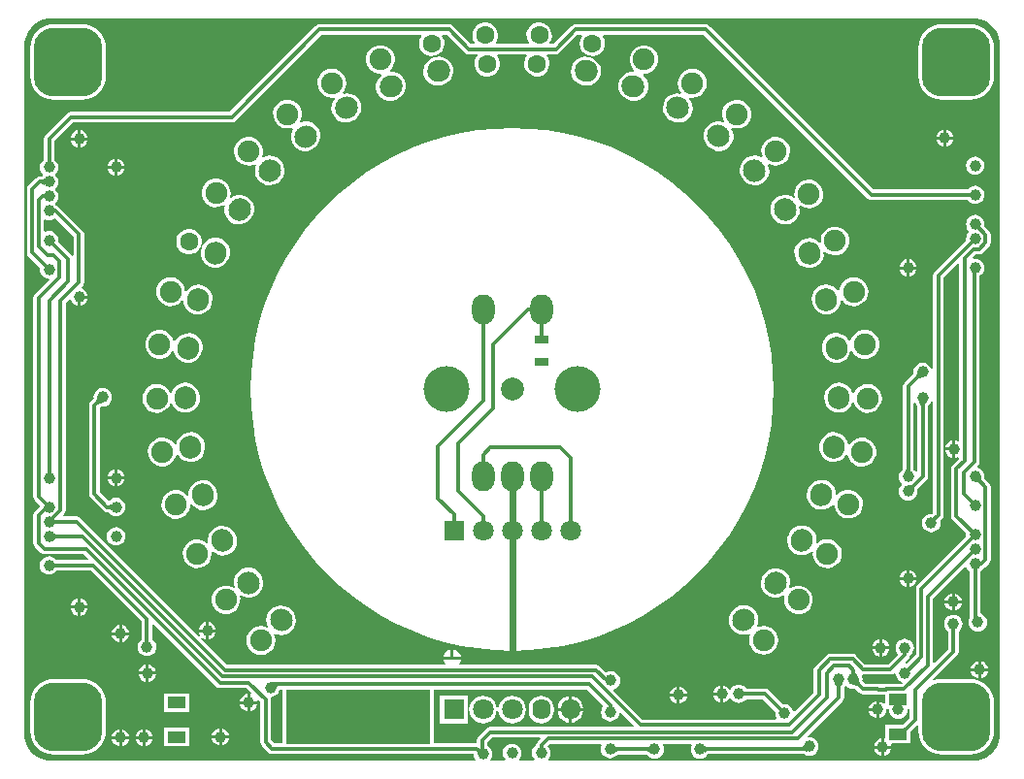
<source format=gbl>
G04 Layer_Physical_Order=2*
G04 Layer_Color=16711680*
%FSLAX44Y44*%
%MOMM*%
G71*
G01*
G75*
%ADD10R,1.3000X0.7000*%
%ADD15R,1.6000X1.0000*%
%ADD19C,0.6000*%
%ADD20C,0.3000*%
%ADD23O,1.7000X1.8000*%
%ADD24O,1.6000X1.8000*%
%ADD25C,1.8000*%
%ADD26R,1.8000X1.8000*%
%ADD27C,2.0000*%
G04:AMPARAMS|DCode=28|XSize=6mm|YSize=6mm|CornerRadius=1.8mm|HoleSize=0mm|Usage=FLASHONLY|Rotation=0.000|XOffset=0mm|YOffset=0mm|HoleType=Round|Shape=RoundedRectangle|*
%AMROUNDEDRECTD28*
21,1,6.0000,2.4000,0,0,0.0*
21,1,2.4000,6.0000,0,0,0.0*
1,1,3.6000,1.2000,-1.2000*
1,1,3.6000,-1.2000,-1.2000*
1,1,3.6000,-1.2000,1.2000*
1,1,3.6000,1.2000,1.2000*
%
%ADD28ROUNDEDRECTD28*%
%ADD29C,1.9000*%
G04:AMPARAMS|DCode=30|XSize=1.9mm|YSize=2mm|CornerRadius=0mm|HoleSize=0mm|Usage=FLASHONLY|Rotation=315.063|XOffset=0mm|YOffset=0mm|HoleType=Round|Shape=Round|*
%AMOVALD30*
21,1,0.1000,1.9000,0.0000,0.0000,45.1*
1,1,1.9000,-0.0353,-0.0354*
1,1,1.9000,0.0353,0.0354*
%
%ADD30OVALD30*%

G04:AMPARAMS|DCode=31|XSize=1.9mm|YSize=2mm|CornerRadius=0mm|HoleSize=0mm|Usage=FLASHONLY|Rotation=24.678|XOffset=0mm|YOffset=0mm|HoleType=Round|Shape=Round|*
%AMOVALD31*
21,1,0.1000,1.9000,0.0000,0.0000,114.7*
1,1,1.9000,0.0209,-0.0454*
1,1,1.9000,-0.0209,0.0454*
%
%ADD31OVALD31*%

%ADD32C,1.6000*%
G04:AMPARAMS|DCode=33|XSize=1.9mm|YSize=2mm|CornerRadius=0mm|HoleSize=0mm|Usage=FLASHONLY|Rotation=163.883|XOffset=0mm|YOffset=0mm|HoleType=Round|Shape=Round|*
%AMOVALD33*
21,1,0.1000,1.9000,0.0000,0.0000,253.9*
1,1,1.9000,0.0139,0.0480*
1,1,1.9000,-0.0139,-0.0480*
%
%ADD33OVALD33*%

G04:AMPARAMS|DCode=34|XSize=1.9mm|YSize=2mm|CornerRadius=0mm|HoleSize=0mm|Usage=FLASHONLY|Rotation=323.650|XOffset=0mm|YOffset=0mm|HoleType=Round|Shape=Round|*
%AMOVALD34*
21,1,0.1000,1.9000,0.0000,0.0000,53.6*
1,1,1.9000,-0.0296,-0.0403*
1,1,1.9000,0.0296,0.0403*
%
%ADD34OVALD34*%

G04:AMPARAMS|DCode=35|XSize=1.9mm|YSize=2mm|CornerRadius=0mm|HoleSize=0mm|Usage=FLASHONLY|Rotation=33.388|XOffset=0mm|YOffset=0mm|HoleType=Round|Shape=Round|*
%AMOVALD35*
21,1,0.1000,1.9000,0.0000,0.0000,123.4*
1,1,1.9000,0.0275,-0.0418*
1,1,1.9000,-0.0275,0.0418*
%
%ADD35OVALD35*%

G04:AMPARAMS|DCode=36|XSize=1.9mm|YSize=2mm|CornerRadius=0mm|HoleSize=0mm|Usage=FLASHONLY|Rotation=103.066|XOffset=0mm|YOffset=0mm|HoleType=Round|Shape=Round|*
%AMOVALD36*
21,1,0.1000,1.9000,0.0000,0.0000,193.1*
1,1,1.9000,0.0487,0.0113*
1,1,1.9000,-0.0487,-0.0113*
%
%ADD36OVALD36*%

G04:AMPARAMS|DCode=37|XSize=1.9mm|YSize=2mm|CornerRadius=0mm|HoleSize=0mm|Usage=FLASHONLY|Rotation=172.744|XOffset=0mm|YOffset=0mm|HoleType=Round|Shape=Round|*
%AMOVALD37*
21,1,0.1000,1.9000,0.0000,0.0000,262.7*
1,1,1.9000,0.0063,0.0496*
1,1,1.9000,-0.0063,-0.0496*
%
%ADD37OVALD37*%

G04:AMPARAMS|DCode=38|XSize=1.9mm|YSize=2mm|CornerRadius=0mm|HoleSize=0mm|Usage=FLASHONLY|Rotation=332.467|XOffset=0mm|YOffset=0mm|HoleType=Round|Shape=Round|*
%AMOVALD38*
21,1,0.1000,1.9000,0.0000,0.0000,62.5*
1,1,1.9000,-0.0231,-0.0443*
1,1,1.9000,0.0231,0.0443*
%
%ADD38OVALD38*%

G04:AMPARAMS|DCode=39|XSize=1.9mm|YSize=2mm|CornerRadius=0mm|HoleSize=0mm|Usage=FLASHONLY|Rotation=42.098|XOffset=0mm|YOffset=0mm|HoleType=Round|Shape=Round|*
%AMOVALD39*
21,1,0.1000,1.9000,0.0000,0.0000,132.1*
1,1,1.9000,0.0335,-0.0371*
1,1,1.9000,-0.0335,0.0371*
%
%ADD39OVALD39*%

G04:AMPARAMS|DCode=40|XSize=1.9mm|YSize=2mm|CornerRadius=0mm|HoleSize=0mm|Usage=FLASHONLY|Rotation=111.776|XOffset=0mm|YOffset=0mm|HoleType=Round|Shape=Round|*
%AMOVALD40*
21,1,0.1000,1.9000,0.0000,0.0000,201.8*
1,1,1.9000,0.0464,0.0186*
1,1,1.9000,-0.0464,-0.0186*
%
%ADD40OVALD40*%

G04:AMPARAMS|DCode=41|XSize=1.9mm|YSize=2mm|CornerRadius=0mm|HoleSize=0mm|Usage=FLASHONLY|Rotation=181.453|XOffset=0mm|YOffset=0mm|HoleType=Round|Shape=Round|*
%AMOVALD41*
21,1,0.1000,1.9000,0.0000,0.0000,271.5*
1,1,1.9000,-0.0013,0.0500*
1,1,1.9000,0.0013,-0.0500*
%
%ADD41OVALD41*%

G04:AMPARAMS|DCode=42|XSize=1.9mm|YSize=2mm|CornerRadius=0mm|HoleSize=0mm|Usage=FLASHONLY|Rotation=341.100|XOffset=0mm|YOffset=0mm|HoleType=Round|Shape=Round|*
%AMOVALD42*
21,1,0.1000,1.9000,0.0000,0.0000,71.1*
1,1,1.9000,-0.0162,-0.0473*
1,1,1.9000,0.0162,0.0473*
%
%ADD42OVALD42*%

G04:AMPARAMS|DCode=43|XSize=1.9mm|YSize=2mm|CornerRadius=0mm|HoleSize=0mm|Usage=FLASHONLY|Rotation=50.807|XOffset=0mm|YOffset=0mm|HoleType=Round|Shape=Round|*
%AMOVALD43*
21,1,0.1000,1.9000,0.0000,0.0000,140.8*
1,1,1.9000,0.0387,-0.0316*
1,1,1.9000,-0.0387,0.0316*
%
%ADD43OVALD43*%

G04:AMPARAMS|DCode=44|XSize=1.9mm|YSize=2mm|CornerRadius=0mm|HoleSize=0mm|Usage=FLASHONLY|Rotation=120.486|XOffset=0mm|YOffset=0mm|HoleType=Round|Shape=Round|*
%AMOVALD44*
21,1,0.1000,1.9000,0.0000,0.0000,210.5*
1,1,1.9000,0.0431,0.0254*
1,1,1.9000,-0.0431,-0.0254*
%
%ADD44OVALD44*%

G04:AMPARAMS|DCode=45|XSize=1.9mm|YSize=2mm|CornerRadius=0mm|HoleSize=0mm|Usage=FLASHONLY|Rotation=190.163|XOffset=0mm|YOffset=0mm|HoleType=Round|Shape=Round|*
%AMOVALD45*
21,1,0.1000,1.9000,0.0000,0.0000,280.2*
1,1,1.9000,-0.0088,0.0492*
1,1,1.9000,0.0088,-0.0492*
%
%ADD45OVALD45*%

G04:AMPARAMS|DCode=46|XSize=1.9mm|YSize=2mm|CornerRadius=0mm|HoleSize=0mm|Usage=FLASHONLY|Rotation=349.821|XOffset=0mm|YOffset=0mm|HoleType=Round|Shape=Round|*
%AMOVALD46*
21,1,0.1000,1.9000,0.0000,0.0000,79.8*
1,1,1.9000,-0.0088,-0.0492*
1,1,1.9000,0.0088,0.0492*
%
%ADD46OVALD46*%

G04:AMPARAMS|DCode=47|XSize=1.9mm|YSize=2mm|CornerRadius=0mm|HoleSize=0mm|Usage=FLASHONLY|Rotation=59.517|XOffset=0mm|YOffset=0mm|HoleType=Round|Shape=Round|*
%AMOVALD47*
21,1,0.1000,1.9000,0.0000,0.0000,149.5*
1,1,1.9000,0.0431,-0.0254*
1,1,1.9000,-0.0431,0.0254*
%
%ADD47OVALD47*%

G04:AMPARAMS|DCode=48|XSize=1.9mm|YSize=2mm|CornerRadius=0mm|HoleSize=0mm|Usage=FLASHONLY|Rotation=129.199|XOffset=0mm|YOffset=0mm|HoleType=Round|Shape=Round|*
%AMOVALD48*
21,1,0.1000,1.9000,0.0000,0.0000,219.2*
1,1,1.9000,0.0387,0.0316*
1,1,1.9000,-0.0387,-0.0316*
%
%ADD48OVALD48*%

G04:AMPARAMS|DCode=49|XSize=1.9mm|YSize=2mm|CornerRadius=0mm|HoleSize=0mm|Usage=FLASHONLY|Rotation=198.889|XOffset=0mm|YOffset=0mm|HoleType=Round|Shape=Round|*
%AMOVALD49*
21,1,0.1000,1.9000,0.0000,0.0000,288.9*
1,1,1.9000,-0.0162,0.0473*
1,1,1.9000,0.0162,-0.0473*
%
%ADD49OVALD49*%

G04:AMPARAMS|DCode=50|XSize=1.9mm|YSize=2mm|CornerRadius=0mm|HoleSize=0mm|Usage=FLASHONLY|Rotation=358.549|XOffset=0mm|YOffset=0mm|HoleType=Round|Shape=Round|*
%AMOVALD50*
21,1,0.1000,1.9000,0.0000,0.0000,88.5*
1,1,1.9000,-0.0013,-0.0500*
1,1,1.9000,0.0013,0.0500*
%
%ADD50OVALD50*%

G04:AMPARAMS|DCode=51|XSize=1.9mm|YSize=2mm|CornerRadius=0mm|HoleSize=0mm|Usage=FLASHONLY|Rotation=68.227|XOffset=0mm|YOffset=0mm|HoleType=Round|Shape=Round|*
%AMOVALD51*
21,1,0.1000,1.9000,0.0000,0.0000,158.2*
1,1,1.9000,0.0464,-0.0186*
1,1,1.9000,-0.0464,0.0186*
%
%ADD51OVALD51*%

G04:AMPARAMS|DCode=52|XSize=1.9mm|YSize=2mm|CornerRadius=0mm|HoleSize=0mm|Usage=FLASHONLY|Rotation=137.905|XOffset=0mm|YOffset=0mm|HoleType=Round|Shape=Round|*
%AMOVALD52*
21,1,0.1000,1.9000,0.0000,0.0000,227.9*
1,1,1.9000,0.0335,0.0371*
1,1,1.9000,-0.0335,-0.0371*
%
%ADD52OVALD52*%

G04:AMPARAMS|DCode=53|XSize=1.9mm|YSize=2mm|CornerRadius=0mm|HoleSize=0mm|Usage=FLASHONLY|Rotation=207.583|XOffset=0mm|YOffset=0mm|HoleType=Round|Shape=Round|*
%AMOVALD53*
21,1,0.1000,1.9000,0.0000,0.0000,297.6*
1,1,1.9000,-0.0232,0.0443*
1,1,1.9000,0.0232,-0.0443*
%
%ADD53OVALD53*%

G04:AMPARAMS|DCode=54|XSize=1.9mm|YSize=2mm|CornerRadius=0mm|HoleSize=0mm|Usage=FLASHONLY|Rotation=7.259|XOffset=0mm|YOffset=0mm|HoleType=Round|Shape=Round|*
%AMOVALD54*
21,1,0.1000,1.9000,0.0000,0.0000,97.3*
1,1,1.9000,0.0063,-0.0496*
1,1,1.9000,-0.0063,0.0496*
%
%ADD54OVALD54*%

G04:AMPARAMS|DCode=55|XSize=1.9mm|YSize=2mm|CornerRadius=0mm|HoleSize=0mm|Usage=FLASHONLY|Rotation=76.940|XOffset=0mm|YOffset=0mm|HoleType=Round|Shape=Round|*
%AMOVALD55*
21,1,0.1000,1.9000,0.0000,0.0000,166.9*
1,1,1.9000,0.0487,-0.0113*
1,1,1.9000,-0.0487,0.0113*
%
%ADD55OVALD55*%

G04:AMPARAMS|DCode=56|XSize=1.9mm|YSize=2mm|CornerRadius=0mm|HoleSize=0mm|Usage=FLASHONLY|Rotation=216.983|XOffset=0mm|YOffset=0mm|HoleType=Round|Shape=Round|*
%AMOVALD56*
21,1,0.1000,1.9000,0.0000,0.0000,307.0*
1,1,1.9000,-0.0301,0.0399*
1,1,1.9000,0.0301,-0.0399*
%
%ADD56OVALD56*%

G04:AMPARAMS|DCode=57|XSize=1.9mm|YSize=2mm|CornerRadius=0mm|HoleSize=0mm|Usage=FLASHONLY|Rotation=15.844|XOffset=0mm|YOffset=0mm|HoleType=Round|Shape=Round|*
%AMOVALD57*
21,1,0.1000,1.9000,0.0000,0.0000,105.8*
1,1,1.9000,0.0137,-0.0481*
1,1,1.9000,-0.0137,0.0481*
%
%ADD57OVALD57*%

G04:AMPARAMS|DCode=58|XSize=1.9mm|YSize=2mm|CornerRadius=0mm|HoleSize=0mm|Usage=FLASHONLY|Rotation=157.434|XOffset=0mm|YOffset=0mm|HoleType=Round|Shape=Round|*
%AMOVALD58*
21,1,0.1000,1.9000,0.0000,0.0000,247.4*
1,1,1.9000,0.0192,0.0462*
1,1,1.9000,-0.0192,-0.0462*
%
%ADD58OVALD58*%

G04:AMPARAMS|DCode=59|XSize=1.9mm|YSize=2mm|CornerRadius=0mm|HoleSize=0mm|Usage=FLASHONLY|Rotation=225.000|XOffset=0mm|YOffset=0mm|HoleType=Round|Shape=Round|*
%AMOVALD59*
21,1,0.1000,1.9000,0.0000,0.0000,315.0*
1,1,1.9000,-0.0353,0.0353*
1,1,1.9000,0.0353,-0.0353*
%
%ADD59OVALD59*%

%ADD60O,2.0000X2.6000*%
%ADD61C,4.0000*%
%ADD62C,1.0000*%
%ADD63R,12.5984X4.8006*%
G36*
X79501Y-276490D02*
X78610Y-277652D01*
X77804Y-279598D01*
X77529Y-281686D01*
X77804Y-283774D01*
X78610Y-285721D01*
X79892Y-287392D01*
X81564Y-288674D01*
X83510Y-289480D01*
X85598Y-289755D01*
X87686Y-289480D01*
X89633Y-288674D01*
X91304Y-287392D01*
X92586Y-285721D01*
X93392Y-283774D01*
X93528Y-282745D01*
X94868Y-282290D01*
X105927Y-293349D01*
X105441Y-294522D01*
X-19202D01*
X-20958Y-294871D01*
X-22446Y-295866D01*
X-29434Y-302853D01*
X-30428Y-304342D01*
X-30777Y-306097D01*
Y-309102D01*
X-68061D01*
Y-261890D01*
X64901D01*
X79501Y-276490D01*
D02*
G37*
G36*
X339809Y-272963D02*
X339929Y-274727D01*
X339984Y-275045D01*
X340049Y-275315D01*
X340124Y-275535D01*
X340200Y-275689D01*
X340485D01*
X340355Y-275726D01*
X340280Y-275798D01*
X340304Y-275829D01*
X340248D01*
X340239Y-275837D01*
X340137Y-276023D01*
X340049Y-276283D01*
X339974Y-276617D01*
X339913Y-277025D01*
X339831Y-278064D01*
X339804Y-279400D01*
X333804D01*
X333797Y-278695D01*
X333634Y-276617D01*
X333559Y-276283D01*
X333471Y-276023D01*
X333368Y-275837D01*
X333360Y-275829D01*
X333304D01*
X333328Y-275798D01*
X333253Y-275726D01*
X333124Y-275689D01*
X333408D01*
X333484Y-275535D01*
X333559Y-275315D01*
X333624Y-275045D01*
X333679Y-274727D01*
X333759Y-273943D01*
X333799Y-272963D01*
X333804Y-272400D01*
X339804D01*
X339809Y-272963D01*
D02*
G37*
G36*
X352023Y-84522D02*
X351724Y-84850D01*
X351455Y-85203D01*
X351218Y-85580D01*
X351013Y-85982D01*
X350839Y-86408D01*
X350696Y-86859D01*
X350585Y-87335D01*
X350505Y-87835D01*
X350457Y-88360D01*
X350440Y-88910D01*
X345550Y-83901D01*
X346096Y-83897D01*
X346618Y-83860D01*
X347116Y-83790D01*
X347590Y-83686D01*
X348040Y-83550D01*
X348466Y-83381D01*
X348868Y-83179D01*
X349245Y-82944D01*
X349599Y-82676D01*
X349929Y-82375D01*
X352023Y-84522D01*
D02*
G37*
G36*
X408950Y-76548D02*
X408993Y-77071D01*
X409068Y-77571D01*
X409175Y-78046D01*
X409314Y-78496D01*
X409486Y-78922D01*
X409690Y-79324D01*
X409926Y-79701D01*
X410194Y-80055D01*
X410495Y-80383D01*
X408373Y-82505D01*
X408045Y-82204D01*
X407691Y-81936D01*
X407314Y-81700D01*
X406912Y-81496D01*
X406486Y-81325D01*
X406035Y-81185D01*
X405561Y-81078D01*
X405061Y-81003D01*
X404538Y-80960D01*
X403990Y-80950D01*
X408940Y-76000D01*
X408950Y-76548D01*
D02*
G37*
G36*
X344084Y-230273D02*
X344044Y-230339D01*
X344008Y-230438D01*
X343977Y-230569D01*
X343951Y-230732D01*
X343913Y-231157D01*
X343894Y-231712D01*
X343892Y-232039D01*
X340892D01*
X340890Y-231712D01*
X340807Y-230569D01*
X340776Y-230438D01*
X340741Y-230339D01*
X340700Y-230273D01*
X340655Y-230239D01*
X344129D01*
X344084Y-230273D01*
D02*
G37*
G36*
X-200163Y-309102D02*
X-207395D01*
X-210550Y-305947D01*
Y-270764D01*
X-210772Y-269647D01*
X-210019Y-268406D01*
X-209851Y-268291D01*
X-208732Y-268144D01*
X-206786Y-267338D01*
X-205114Y-266056D01*
X-203832Y-264384D01*
X-203026Y-262438D01*
X-202954Y-261890D01*
X-200163D01*
Y-309102D01*
D02*
G37*
G36*
X299153Y-245852D02*
X299210Y-246303D01*
X299305Y-246743D01*
X299437Y-247171D01*
X299608Y-247586D01*
X299816Y-247990D01*
X300062Y-248382D01*
X300346Y-248762D01*
X300668Y-249130D01*
X301028Y-249487D01*
X294240D01*
X294600Y-249130D01*
X294922Y-248762D01*
X295206Y-248382D01*
X295452Y-247990D01*
X295660Y-247586D01*
X295831Y-247171D01*
X295963Y-246743D01*
X296058Y-246303D01*
X296115Y-245852D01*
X296134Y-245388D01*
X299134D01*
X299153Y-245852D01*
D02*
G37*
G36*
X409258Y322971D02*
X413419Y321248D01*
X417163Y318746D01*
X420347Y315562D01*
X422848Y311818D01*
X424571Y307658D01*
X425450Y303241D01*
X425450Y300990D01*
X425450Y300990D01*
X425450Y300990D01*
X425450Y-300990D01*
Y-303242D01*
X424571Y-307658D01*
X422848Y-311818D01*
X420346Y-315562D01*
X417162Y-318746D01*
X413418Y-321248D01*
X409258Y-322971D01*
X404841Y-323850D01*
X361950D01*
X31896Y-323850D01*
X31391Y-322580D01*
X32388Y-321281D01*
X33194Y-319334D01*
X33469Y-317246D01*
X33194Y-315158D01*
X32388Y-313211D01*
X31106Y-311540D01*
X33408Y-309238D01*
X77427D01*
X78167Y-310508D01*
X77609Y-311856D01*
X77334Y-313944D01*
X77609Y-316032D01*
X78415Y-317978D01*
X79697Y-319650D01*
X81369Y-320932D01*
X83315Y-321738D01*
X85403Y-322013D01*
X87491Y-321738D01*
X89438Y-320932D01*
X91109Y-319650D01*
X91966Y-318532D01*
X117448D01*
X118500Y-319904D01*
X120171Y-321186D01*
X122118Y-321992D01*
X124206Y-322267D01*
X126294Y-321992D01*
X128240Y-321186D01*
X129912Y-319904D01*
X131194Y-318232D01*
X132000Y-316286D01*
X132275Y-314198D01*
X132000Y-312110D01*
X131337Y-310508D01*
X131928Y-309238D01*
X156108D01*
X156699Y-310508D01*
X156036Y-312110D01*
X155761Y-314198D01*
X156036Y-316286D01*
X156842Y-318232D01*
X158124Y-319904D01*
X159796Y-321186D01*
X161742Y-321992D01*
X163830Y-322267D01*
X165918Y-321992D01*
X167864Y-321186D01*
X169536Y-319904D01*
X170783Y-318278D01*
X254820D01*
X255299Y-318646D01*
X257246Y-319452D01*
X259334Y-319727D01*
X261422Y-319452D01*
X263368Y-318646D01*
X265040Y-317364D01*
X266322Y-315693D01*
X267128Y-313746D01*
X267403Y-311658D01*
X267128Y-309570D01*
X266322Y-307624D01*
X265040Y-305952D01*
X263368Y-304670D01*
X261422Y-303864D01*
X259334Y-303589D01*
X258277Y-303728D01*
X257683Y-302525D01*
X288128Y-272080D01*
X289123Y-270592D01*
X289472Y-268836D01*
Y-259721D01*
X290590Y-258864D01*
X290624Y-258819D01*
X291894D01*
X291928Y-258864D01*
X293599Y-260146D01*
X295546Y-260952D01*
X297634Y-261227D01*
X299030Y-261043D01*
X302942Y-264954D01*
X304430Y-265949D01*
X306186Y-266298D01*
X318788D01*
X319090Y-266358D01*
X325550D01*
Y-273764D01*
X324280Y-274195D01*
X324148Y-274022D01*
X322573Y-272814D01*
X320738Y-272054D01*
X320040Y-271962D01*
Y-279400D01*
Y-286838D01*
X320738Y-286746D01*
X322573Y-285986D01*
X324148Y-284778D01*
X325356Y-283202D01*
X326116Y-281368D01*
X326375Y-279400D01*
X326931Y-278766D01*
X328179D01*
X328735Y-279400D01*
X329010Y-281488D01*
X329816Y-283435D01*
X331098Y-285106D01*
X332770Y-286388D01*
X334716Y-287194D01*
X336804Y-287469D01*
X338892Y-287194D01*
X340839Y-286388D01*
X342510Y-285106D01*
X343792Y-283435D01*
X344598Y-281488D01*
X344873Y-279400D01*
X345443Y-278750D01*
X346694D01*
Y-286644D01*
X340587Y-292750D01*
X325550D01*
Y-303750D01*
X324358Y-304658D01*
Y-310896D01*
X330526D01*
X330434Y-310198D01*
X330272Y-309806D01*
X330977Y-308750D01*
X347550D01*
Y-298765D01*
X353075Y-293239D01*
X354248Y-293726D01*
Y-297750D01*
X354654Y-301867D01*
X355855Y-305825D01*
X357805Y-309473D01*
X360429Y-312671D01*
X363627Y-315295D01*
X367275Y-317245D01*
X371233Y-318446D01*
X375350Y-318852D01*
X399350D01*
X403467Y-318446D01*
X407425Y-317245D01*
X411073Y-315295D01*
X414271Y-312671D01*
X416895Y-309473D01*
X418845Y-305825D01*
X420046Y-301867D01*
X420452Y-297750D01*
Y-273750D01*
X420046Y-269633D01*
X418845Y-265675D01*
X416895Y-262027D01*
X414271Y-258829D01*
X411073Y-256205D01*
X407425Y-254255D01*
X403467Y-253054D01*
X399350Y-252648D01*
X375350D01*
X371233Y-253054D01*
X367877Y-254072D01*
X367203Y-252949D01*
X388054Y-232098D01*
X389049Y-230610D01*
X389398Y-228854D01*
Y-211287D01*
X390516Y-210430D01*
X391798Y-208759D01*
X392604Y-206812D01*
X392879Y-204724D01*
X392604Y-202636D01*
X391798Y-200690D01*
X390516Y-199018D01*
X388844Y-197736D01*
X386898Y-196930D01*
X384810Y-196655D01*
X382722Y-196930D01*
X380775Y-197736D01*
X379104Y-199018D01*
X377822Y-200690D01*
X377016Y-202636D01*
X376741Y-204724D01*
X377016Y-206812D01*
X377822Y-208759D01*
X379104Y-210430D01*
X380222Y-211287D01*
Y-226954D01*
X368474Y-238702D01*
X367300Y-238216D01*
Y-182829D01*
X395026Y-155103D01*
X396524Y-155401D01*
X396952Y-156434D01*
X398234Y-158106D01*
X399352Y-158963D01*
Y-198913D01*
X399158Y-199165D01*
X398352Y-201112D01*
X398077Y-203200D01*
X398352Y-205288D01*
X399158Y-207234D01*
X400440Y-208906D01*
X402112Y-210188D01*
X404058Y-210994D01*
X406146Y-211269D01*
X408234Y-210994D01*
X410181Y-210188D01*
X411852Y-208906D01*
X413134Y-207234D01*
X413940Y-205288D01*
X414215Y-203200D01*
X413940Y-201112D01*
X413134Y-199165D01*
X411852Y-197494D01*
X410181Y-196212D01*
X408528Y-195528D01*
Y-158963D01*
X409646Y-158106D01*
X410739Y-156681D01*
X410950Y-156639D01*
X412438Y-155644D01*
X416248Y-151834D01*
X417243Y-150346D01*
X417592Y-148590D01*
Y-85014D01*
X417243Y-83258D01*
X416248Y-81770D01*
X411825Y-77347D01*
X412009Y-75950D01*
X411734Y-73862D01*
X410928Y-71915D01*
X409646Y-70244D01*
X407975Y-68962D01*
X406163Y-68212D01*
X405725Y-67263D01*
X405621Y-66957D01*
X406342Y-66236D01*
X407337Y-64748D01*
X407686Y-62992D01*
Y98993D01*
X407975Y99112D01*
X409646Y100394D01*
X410928Y102066D01*
X411734Y104012D01*
X412009Y106100D01*
X411734Y108188D01*
X410928Y110135D01*
X409646Y111806D01*
X407975Y113088D01*
X406028Y113894D01*
X403940Y114169D01*
X402545Y113985D01*
X401952Y115188D01*
X404635Y117872D01*
X407685D01*
X409440Y118221D01*
X410929Y119216D01*
X416224Y124511D01*
X417219Y126000D01*
X417568Y127756D01*
Y135245D01*
X417219Y137000D01*
X416224Y138489D01*
X411829Y142884D01*
X412009Y144250D01*
X411734Y146339D01*
X410928Y148285D01*
X409646Y149956D01*
X407975Y151238D01*
X406028Y152044D01*
X403940Y152319D01*
X401852Y152044D01*
X399906Y151238D01*
X398234Y149956D01*
X396952Y148285D01*
X396146Y146339D01*
X395871Y144250D01*
X396146Y142162D01*
X396952Y140216D01*
X398234Y138544D01*
X398279Y138510D01*
Y137240D01*
X398234Y137206D01*
X396952Y135535D01*
X396146Y133588D01*
X395871Y131500D01*
X396055Y130104D01*
X368341Y102390D01*
X367347Y100902D01*
X366998Y99146D01*
Y18079D01*
X365728Y17827D01*
X365128Y19274D01*
X363846Y20946D01*
X362174Y22228D01*
X360228Y23034D01*
X358140Y23309D01*
X356052Y23034D01*
X354105Y22228D01*
X352434Y20946D01*
X351152Y19274D01*
X350346Y17328D01*
X350071Y15240D01*
X350255Y13843D01*
X342196Y5784D01*
X341201Y4296D01*
X340852Y2540D01*
Y-69637D01*
X339734Y-70494D01*
X338452Y-72165D01*
X337646Y-74112D01*
X337371Y-76200D01*
X337646Y-78288D01*
X338452Y-80234D01*
X339584Y-81709D01*
X339747Y-82457D01*
Y-83185D01*
X339734Y-83194D01*
X338452Y-84866D01*
X337646Y-86812D01*
X337371Y-88900D01*
X337646Y-90988D01*
X338452Y-92935D01*
X339734Y-94606D01*
X341405Y-95888D01*
X343352Y-96694D01*
X345440Y-96969D01*
X347528Y-96694D01*
X349474Y-95888D01*
X351146Y-94606D01*
X352428Y-92935D01*
X353234Y-90988D01*
X353509Y-88900D01*
X353335Y-87578D01*
X361384Y-79529D01*
X362379Y-78040D01*
X362728Y-76284D01*
Y-14183D01*
X363846Y-13326D01*
X365128Y-11654D01*
X365728Y-10207D01*
X366998Y-10459D01*
Y-107707D01*
X366043Y-108588D01*
X365506Y-108517D01*
X363418Y-108792D01*
X361471Y-109598D01*
X359800Y-110880D01*
X358518Y-112551D01*
X357712Y-114498D01*
X357437Y-116586D01*
X357712Y-118674D01*
X358518Y-120620D01*
X359800Y-122292D01*
X361471Y-123574D01*
X363418Y-124380D01*
X365506Y-124655D01*
X367594Y-124380D01*
X369540Y-123574D01*
X371212Y-122292D01*
X372494Y-120620D01*
X373300Y-118674D01*
X373575Y-116586D01*
X373301Y-114502D01*
X374830Y-112972D01*
X375825Y-111484D01*
X376174Y-109728D01*
Y97245D01*
X388955Y110026D01*
X390128Y109540D01*
Y-44936D01*
X388858Y-45418D01*
X387182Y-44724D01*
X386484Y-44632D01*
Y-52070D01*
Y-59508D01*
X387182Y-59416D01*
X388445Y-58893D01*
X389699Y-59540D01*
X389816Y-60387D01*
X384360Y-65844D01*
X383365Y-67332D01*
X383016Y-69088D01*
Y-110614D01*
X383365Y-112370D01*
X384360Y-113858D01*
X396055Y-125554D01*
X395871Y-126950D01*
X396051Y-128316D01*
X391656Y-132711D01*
X391586Y-132815D01*
X353626Y-170776D01*
X352631Y-172264D01*
X352282Y-174020D01*
Y-231779D01*
X344462Y-239600D01*
X343272Y-239443D01*
X342817Y-238102D01*
X345636Y-235283D01*
X346631Y-233794D01*
X346963Y-232127D01*
X348098Y-231256D01*
X349380Y-229585D01*
X350186Y-227638D01*
X350461Y-225550D01*
X350186Y-223462D01*
X349380Y-221516D01*
X348098Y-219844D01*
X346427Y-218562D01*
X344480Y-217756D01*
X342392Y-217481D01*
X340304Y-217756D01*
X338358Y-218562D01*
X336686Y-219844D01*
X335404Y-221516D01*
X334598Y-223462D01*
X334323Y-225550D01*
X334598Y-227638D01*
X335404Y-229585D01*
X336686Y-231256D01*
X328182Y-239760D01*
X307971D01*
X300424Y-232214D01*
X298936Y-231219D01*
X297180Y-230870D01*
X276860D01*
X275104Y-231219D01*
X273616Y-232214D01*
X264218Y-241612D01*
X263223Y-243100D01*
X262874Y-244856D01*
Y-264799D01*
X246506Y-281168D01*
X245303Y-280759D01*
X245284Y-280614D01*
X244478Y-278668D01*
X243196Y-276996D01*
X241525Y-275714D01*
X239578Y-274908D01*
X237490Y-274633D01*
X236094Y-274817D01*
X223712Y-262436D01*
X222224Y-261441D01*
X220468Y-261092D01*
X204175D01*
X203318Y-259974D01*
X201646Y-258692D01*
X199700Y-257886D01*
X197612Y-257611D01*
X195524Y-257886D01*
X193577Y-258692D01*
X191906Y-259974D01*
X190624Y-261646D01*
X190579Y-261755D01*
X189194Y-261780D01*
X188258Y-260560D01*
X186682Y-259352D01*
X184848Y-258592D01*
X184150Y-258500D01*
Y-265938D01*
Y-273376D01*
X184848Y-273284D01*
X186682Y-272524D01*
X188258Y-271316D01*
X189332Y-269915D01*
X190009Y-269810D01*
X190772Y-269907D01*
X191906Y-271386D01*
X193577Y-272668D01*
X195524Y-273474D01*
X197612Y-273749D01*
X199700Y-273474D01*
X201646Y-272668D01*
X203318Y-271386D01*
X204175Y-270268D01*
X218568D01*
X229605Y-281306D01*
X229421Y-282702D01*
X229696Y-284790D01*
X230502Y-286737D01*
X230613Y-286881D01*
X230051Y-288020D01*
X113576D01*
X88524Y-262967D01*
X88868Y-261515D01*
X90140Y-260988D01*
X91812Y-259706D01*
X93094Y-258034D01*
X93900Y-256088D01*
X94175Y-254000D01*
X93900Y-251912D01*
X93094Y-249965D01*
X91812Y-248294D01*
X90140Y-247012D01*
X88194Y-246206D01*
X86106Y-245931D01*
X84018Y-246206D01*
X82072Y-247012D01*
X81772Y-247242D01*
X76104Y-241574D01*
X74616Y-240579D01*
X72860Y-240230D01*
X-45661D01*
X-46287Y-238960D01*
X-45738Y-238244D01*
X-44978Y-236410D01*
X-44886Y-235712D01*
X-59762D01*
X-59670Y-236410D01*
X-58910Y-238244D01*
X-58361Y-238960D01*
X-58987Y-240230D01*
X-248581D01*
X-271107Y-217705D01*
X-270268Y-216748D01*
X-269741Y-217152D01*
X-267906Y-217912D01*
X-267208Y-218004D01*
Y-211836D01*
X-273376D01*
X-273284Y-212534D01*
X-272524Y-214368D01*
X-272120Y-214895D01*
X-273077Y-215735D01*
X-376606Y-112206D01*
X-378094Y-111211D01*
X-379850Y-110862D01*
X-391169D01*
X-391655Y-109689D01*
X-390710Y-108743D01*
X-389715Y-107254D01*
X-389366Y-105499D01*
Y75132D01*
X-386203Y78295D01*
X-384773Y77929D01*
X-384270Y76715D01*
X-383062Y75140D01*
X-381487Y73932D01*
X-379652Y73172D01*
X-378954Y73080D01*
Y80518D01*
X-377684D01*
Y81788D01*
X-370246D01*
X-370338Y82486D01*
X-371098Y84320D01*
X-372306Y85896D01*
X-373881Y87104D01*
X-375095Y87607D01*
X-375461Y89037D01*
X-374708Y89790D01*
X-373713Y91279D01*
X-373364Y93034D01*
Y135468D01*
X-373713Y137223D01*
X-374708Y138712D01*
X-394990Y158994D01*
X-396479Y159989D01*
X-397222Y160137D01*
X-398234Y161456D01*
X-398279Y161490D01*
Y162760D01*
X-398234Y162794D01*
X-396952Y164465D01*
X-396146Y166411D01*
X-395871Y168500D01*
X-396146Y170588D01*
X-396952Y172535D01*
X-398084Y174009D01*
X-398246Y174757D01*
Y174943D01*
X-398084Y175691D01*
X-396952Y177165D01*
X-396146Y179111D01*
X-395871Y181200D01*
X-396146Y183288D01*
X-396952Y185234D01*
X-398234Y186906D01*
X-398246Y186915D01*
Y188185D01*
X-398234Y188194D01*
X-396952Y189865D01*
X-396146Y191812D01*
X-395871Y193900D01*
X-396146Y195988D01*
X-396952Y197934D01*
X-398234Y199606D01*
X-399352Y200463D01*
Y216714D01*
X-383163Y232902D01*
X-244602D01*
X-242846Y233251D01*
X-241358Y234246D01*
X-166178Y309426D01*
X-79684D01*
X-79141Y308277D01*
X-79499Y307843D01*
X-80697Y305206D01*
X-81172Y302348D01*
X-80891Y299466D01*
X-79873Y296754D01*
X-78189Y294398D01*
X-75952Y292558D01*
X-73315Y291360D01*
X-70458Y290885D01*
X-67575Y291166D01*
X-64863Y292184D01*
X-62507Y293868D01*
X-60667Y296105D01*
X-59469Y298742D01*
X-58995Y301600D01*
X-59276Y304482D01*
X-60293Y307194D01*
X-61081Y308296D01*
X-60500Y309426D01*
X-56836D01*
X-41223Y293813D01*
X-39734Y292818D01*
X-37978Y292469D01*
X-30586D01*
X-30199Y291199D01*
X-31649Y288978D01*
X-32551Y286226D01*
X-32710Y283334D01*
X-32115Y280499D01*
X-30806Y277915D01*
X-28874Y275758D01*
X-26449Y274175D01*
X-23696Y273273D01*
X-20804Y273114D01*
X-17970Y273709D01*
X-15386Y275017D01*
X-13228Y276950D01*
X-11645Y279375D01*
X-10743Y282127D01*
X-10584Y285019D01*
X-11179Y287854D01*
X-12487Y290438D01*
X-13268Y291309D01*
X-12750Y292469D01*
X12587D01*
X13099Y291307D01*
X12397Y290538D01*
X11064Y287967D01*
X10441Y285138D01*
X10572Y282245D01*
X11448Y279484D01*
X13008Y277043D01*
X15146Y275090D01*
X17718Y273757D01*
X20546Y273135D01*
X23440Y273265D01*
X26201Y274141D01*
X28641Y275701D01*
X30594Y277840D01*
X31927Y280411D01*
X32550Y283239D01*
X32419Y286133D01*
X31543Y288894D01*
X30070Y291199D01*
X30372Y292335D01*
X30424Y292469D01*
X38047D01*
X39802Y292818D01*
X41291Y293813D01*
X56912Y309433D01*
X60468D01*
X61049Y308304D01*
X60260Y307201D01*
X59243Y304489D01*
X58962Y301606D01*
X59438Y298749D01*
X60636Y296112D01*
X62476Y293875D01*
X64832Y292191D01*
X67544Y291173D01*
X70427Y290893D01*
X73284Y291368D01*
X75921Y292566D01*
X78157Y294406D01*
X79842Y296763D01*
X80859Y299474D01*
X81140Y302357D01*
X80665Y305214D01*
X79466Y307851D01*
X79109Y308285D01*
X79652Y309433D01*
X167186D01*
X310064Y166556D01*
X311552Y165561D01*
X313308Y165212D01*
X397377D01*
X398234Y164094D01*
X399906Y162812D01*
X401852Y162006D01*
X403940Y161731D01*
X406028Y162006D01*
X407975Y162812D01*
X409646Y164094D01*
X410928Y165766D01*
X411734Y167712D01*
X412009Y169800D01*
X411734Y171889D01*
X410928Y173835D01*
X409646Y175506D01*
X407975Y176788D01*
X406028Y177594D01*
X403940Y177869D01*
X401852Y177594D01*
X399906Y176788D01*
X398234Y175506D01*
X397377Y174388D01*
X315208D01*
X172331Y317266D01*
X170842Y318260D01*
X169086Y318610D01*
X55011D01*
X53255Y318260D01*
X51767Y317266D01*
X36146Y301645D01*
X33245D01*
X32820Y302915D01*
X34066Y305319D01*
X34689Y308148D01*
X34558Y311041D01*
X33682Y313802D01*
X32122Y316242D01*
X29984Y318196D01*
X27413Y319529D01*
X24584Y320151D01*
X21690Y320020D01*
X18930Y319145D01*
X16489Y317585D01*
X14536Y315446D01*
X13203Y312875D01*
X12580Y310046D01*
X12711Y307153D01*
X13587Y304392D01*
X14531Y302915D01*
X13835Y301645D01*
X-13762D01*
X-14450Y302915D01*
X-13544Y304303D01*
X-12642Y307055D01*
X-12483Y309947D01*
X-13078Y312782D01*
X-14386Y315366D01*
X-16319Y317523D01*
X-18744Y319107D01*
X-21497Y320009D01*
X-24388Y320167D01*
X-27223Y319572D01*
X-29807Y318264D01*
X-31964Y316331D01*
X-33548Y313906D01*
X-34450Y311154D01*
X-34609Y308262D01*
X-34014Y305427D01*
X-32742Y302915D01*
X-32966Y302144D01*
X-33189Y301645D01*
X-36078D01*
X-51691Y317258D01*
X-53179Y318253D01*
X-54935Y318602D01*
X-168078D01*
X-169834Y318253D01*
X-171322Y317258D01*
X-246502Y242078D01*
X-385064D01*
X-386820Y241729D01*
X-388308Y240734D01*
X-407184Y221858D01*
X-408179Y220370D01*
X-408528Y218614D01*
Y200463D01*
X-409646Y199606D01*
X-410928Y197934D01*
X-411734Y195988D01*
X-412009Y193900D01*
X-411734Y191812D01*
X-410928Y189865D01*
X-409646Y188194D01*
X-409633Y188185D01*
Y187457D01*
X-409796Y186709D01*
X-410503Y185788D01*
X-412009D01*
X-413765Y185439D01*
X-415253Y184444D01*
X-421764Y177933D01*
X-422759Y176445D01*
X-423108Y174689D01*
Y119330D01*
X-422759Y117574D01*
X-421764Y116086D01*
X-411825Y106146D01*
X-412009Y104750D01*
X-411734Y102662D01*
X-410928Y100715D01*
X-409646Y99044D01*
X-407975Y97762D01*
X-406028Y96956D01*
X-404314Y96730D01*
X-403725Y95524D01*
X-416224Y83024D01*
X-417219Y81536D01*
X-417568Y79780D01*
Y-93660D01*
X-417219Y-95416D01*
X-416224Y-96904D01*
X-411825Y-101304D01*
X-411962Y-102339D01*
X-416248Y-106625D01*
X-417243Y-108114D01*
X-417592Y-109870D01*
Y-134112D01*
X-417243Y-135868D01*
X-416248Y-137356D01*
X-411064Y-142541D01*
X-409576Y-143535D01*
X-407820Y-143884D01*
X-373574D01*
X-369520Y-147939D01*
X-370006Y-149112D01*
X-397377D01*
X-398234Y-147994D01*
X-399906Y-146712D01*
X-401852Y-145906D01*
X-403940Y-145631D01*
X-406028Y-145906D01*
X-407975Y-146712D01*
X-409646Y-147994D01*
X-410928Y-149665D01*
X-411734Y-151612D01*
X-412009Y-153700D01*
X-411734Y-155788D01*
X-410928Y-157735D01*
X-409646Y-159406D01*
X-407975Y-160688D01*
X-406028Y-161494D01*
X-403940Y-161769D01*
X-401852Y-161494D01*
X-399906Y-160688D01*
X-398234Y-159406D01*
X-397377Y-158288D01*
X-367376D01*
X-323104Y-202561D01*
Y-218227D01*
X-324222Y-219084D01*
X-325504Y-220756D01*
X-326310Y-222702D01*
X-326585Y-224790D01*
X-326310Y-226878D01*
X-325504Y-228825D01*
X-324222Y-230496D01*
X-322551Y-231778D01*
X-320604Y-232584D01*
X-318516Y-232859D01*
X-316428Y-232584D01*
X-314482Y-231778D01*
X-312810Y-230496D01*
X-311528Y-228825D01*
X-310722Y-226878D01*
X-310447Y-224790D01*
X-310722Y-222702D01*
X-311528Y-220756D01*
X-312810Y-219084D01*
X-313928Y-218227D01*
Y-205190D01*
X-312754Y-204704D01*
X-258182Y-259276D01*
X-256693Y-260271D01*
X-254937Y-260620D01*
X-231770D01*
X-227665Y-264726D01*
X-228294Y-265892D01*
X-228600Y-265852D01*
Y-272020D01*
X-222432D01*
X-222472Y-271714D01*
X-221306Y-271084D01*
X-219726Y-272665D01*
Y-307848D01*
X-219377Y-309604D01*
X-218382Y-311092D01*
X-212540Y-316934D01*
X-211052Y-317929D01*
X-209296Y-318278D01*
X-33453D01*
X-33194Y-320246D01*
X-32388Y-322192D01*
X-31990Y-322711D01*
X-32552Y-323850D01*
X-402082Y-323850D01*
X-404383Y-323850D01*
X-408898Y-322952D01*
X-413151Y-321191D01*
X-416978Y-318633D01*
X-420233Y-315378D01*
X-422791Y-311551D01*
X-424552Y-307298D01*
X-425450Y-302783D01*
Y-300482D01*
X-425450Y300990D01*
X-425298Y303195D01*
X-424212Y307479D01*
X-422380Y311502D01*
X-419861Y315135D01*
X-416735Y318260D01*
X-413103Y320779D01*
X-409080Y322611D01*
X-404795Y323697D01*
X-402590Y323849D01*
X-402590Y323850D01*
X402590Y323850D01*
X404842D01*
X409258Y322971D01*
D02*
G37*
G36*
X-382540Y133567D02*
Y116923D01*
X-383810Y116538D01*
X-383852Y116600D01*
X-396055Y128803D01*
X-395871Y130200D01*
X-396146Y132288D01*
X-396952Y134235D01*
X-398234Y135906D01*
X-399906Y137188D01*
X-401852Y137994D01*
X-403940Y138269D01*
X-406028Y137994D01*
X-407122Y137541D01*
X-408392Y138390D01*
Y147560D01*
X-407122Y148409D01*
X-406028Y147956D01*
X-403940Y147681D01*
X-401852Y147956D01*
X-399906Y148762D01*
X-398677Y149704D01*
X-382540Y133567D01*
D02*
G37*
G36*
X-399974Y-125180D02*
X-399574Y-125520D01*
X-399168Y-125820D01*
X-398756Y-126080D01*
X-398339Y-126300D01*
X-397917Y-126480D01*
X-397488Y-126620D01*
X-397055Y-126720D01*
X-396615Y-126780D01*
X-396170Y-126800D01*
Y-129800D01*
X-396615Y-129820D01*
X-397055Y-129880D01*
X-397488Y-129980D01*
X-397917Y-130120D01*
X-398339Y-130300D01*
X-398756Y-130520D01*
X-399168Y-130780D01*
X-399574Y-131080D01*
X-399974Y-131420D01*
X-400369Y-131800D01*
Y-124800D01*
X-399974Y-125180D01*
D02*
G37*
G36*
X346641Y-295306D02*
X346023Y-295946D01*
X345055Y-297081D01*
X344705Y-297576D01*
X344445Y-298025D01*
X344275Y-298425D01*
X344194Y-298778D01*
X344203Y-299083D01*
X344301Y-299340D01*
X344489Y-299549D01*
X339803Y-295811D01*
X340055Y-295956D01*
X340345Y-296022D01*
X340673Y-296007D01*
X341040Y-295912D01*
X341445Y-295737D01*
X341889Y-295482D01*
X342370Y-295146D01*
X342890Y-294731D01*
X344045Y-293659D01*
X346641Y-295306D01*
D02*
G37*
G36*
X-407511Y177700D02*
X-407906Y178080D01*
X-408306Y178420D01*
X-408712Y178720D01*
X-409124Y178980D01*
X-409541Y179200D01*
X-409963Y179380D01*
X-410392Y179520D01*
X-410825Y179620D01*
X-411265Y179680D01*
X-411710Y179700D01*
Y182700D01*
X-411265Y182720D01*
X-410825Y182780D01*
X-410392Y182880D01*
X-409963Y183020D01*
X-409541Y183200D01*
X-409124Y183420D01*
X-408712Y183680D01*
X-408306Y183980D01*
X-407906Y184320D01*
X-407511Y184700D01*
Y177700D01*
D02*
G37*
G36*
X333922Y-247960D02*
X334437Y-248278D01*
X334596Y-249484D01*
X335402Y-251430D01*
X336684Y-253102D01*
X338355Y-254384D01*
X340020Y-255074D01*
X340419Y-256284D01*
X339748Y-257122D01*
X326638D01*
X326337Y-257182D01*
X319331D01*
X319030Y-257122D01*
X308086D01*
X305519Y-254555D01*
X305703Y-253158D01*
X305428Y-251070D01*
X304992Y-250017D01*
X305905Y-248903D01*
X306070Y-248936D01*
X330083D01*
X331838Y-248587D01*
X333087Y-247753D01*
X333922Y-247960D01*
D02*
G37*
G36*
X89369Y-310824D02*
X89769Y-311164D01*
X90175Y-311464D01*
X90587Y-311724D01*
X91004Y-311944D01*
X91426Y-312124D01*
X91855Y-312264D01*
X92288Y-312364D01*
X92728Y-312424D01*
X93173Y-312444D01*
Y-315444D01*
X92728Y-315464D01*
X92288Y-315524D01*
X91855Y-315624D01*
X91426Y-315764D01*
X91004Y-315944D01*
X90587Y-316164D01*
X90175Y-316424D01*
X89769Y-316724D01*
X89369Y-317064D01*
X88974Y-317444D01*
Y-310444D01*
X89369Y-310824D01*
D02*
G37*
G36*
X167468Y-310702D02*
X167909Y-311014D01*
X168349Y-311290D01*
X168788Y-311529D01*
X169227Y-311731D01*
X169665Y-311896D01*
X170102Y-312025D01*
X170538Y-312117D01*
X170974Y-312172D01*
X171409Y-312190D01*
X171731Y-315190D01*
X171278Y-315211D01*
X170837Y-315275D01*
X170407Y-315381D01*
X169990Y-315530D01*
X169585Y-315722D01*
X169192Y-315956D01*
X168810Y-316232D01*
X168441Y-316551D01*
X168083Y-316913D01*
X167738Y-317317D01*
X167027Y-310353D01*
X167468Y-310702D01*
D02*
G37*
G36*
X257467Y-316296D02*
X256926Y-316086D01*
X255400Y-315588D01*
X254925Y-315467D01*
X254023Y-315290D01*
X253597Y-315234D01*
X252795Y-315190D01*
X251362Y-312190D01*
X251834Y-312167D01*
X252274Y-312099D01*
X252682Y-311985D01*
X253058Y-311825D01*
X253403Y-311620D01*
X253715Y-311370D01*
X253996Y-311073D01*
X254246Y-310732D01*
X254463Y-310344D01*
X254649Y-309911D01*
X257467Y-316296D01*
D02*
G37*
G36*
X120462Y-317512D02*
X120092Y-317119D01*
X119712Y-316768D01*
X119324Y-316457D01*
X118928Y-316189D01*
X118522Y-315961D01*
X118108Y-315775D01*
X117685Y-315630D01*
X117253Y-315527D01*
X116813Y-315465D01*
X116364Y-315444D01*
X116524Y-312444D01*
X116964Y-312425D01*
X117402Y-312367D01*
X117837Y-312271D01*
X118270Y-312136D01*
X118701Y-311963D01*
X119129Y-311752D01*
X119555Y-311502D01*
X119978Y-311213D01*
X120399Y-310886D01*
X120818Y-310521D01*
X120462Y-317512D01*
D02*
G37*
G36*
X24797Y-304872D02*
X22156Y-307513D01*
X21161Y-309002D01*
X20829Y-310669D01*
X19694Y-311540D01*
X18412Y-313211D01*
X17606Y-315158D01*
X17331Y-317246D01*
X17606Y-319334D01*
X18412Y-321281D01*
X19409Y-322580D01*
X18904Y-323850D01*
X6496D01*
X5991Y-322580D01*
X6988Y-321281D01*
X7794Y-319334D01*
X8069Y-317246D01*
X7794Y-315158D01*
X6988Y-313211D01*
X5706Y-311540D01*
X4035Y-310258D01*
X2088Y-309452D01*
X0Y-309177D01*
X-2088Y-309452D01*
X-4035Y-310258D01*
X-5706Y-311540D01*
X-6988Y-313211D01*
X-7794Y-315158D01*
X-8069Y-317246D01*
X-7794Y-319334D01*
X-6988Y-321281D01*
X-5991Y-322580D01*
X-6496Y-323850D01*
X-18248D01*
X-18810Y-322711D01*
X-18412Y-322192D01*
X-17606Y-320246D01*
X-17331Y-318158D01*
X-17606Y-316070D01*
X-18412Y-314123D01*
X-19694Y-312452D01*
X-21365Y-311170D01*
X-21601Y-311072D01*
Y-307998D01*
X-17301Y-303698D01*
X24311D01*
X24797Y-304872D01*
D02*
G37*
G36*
X361260Y-11586D02*
X360920Y-11986D01*
X360620Y-12392D01*
X360360Y-12804D01*
X360140Y-13221D01*
X359960Y-13643D01*
X359820Y-14072D01*
X359720Y-14505D01*
X359660Y-14945D01*
X359640Y-15390D01*
X356640D01*
X356620Y-14945D01*
X356560Y-14505D01*
X356460Y-14072D01*
X356320Y-13643D01*
X356140Y-13221D01*
X355920Y-12804D01*
X355660Y-12392D01*
X355360Y-11986D01*
X355020Y-11586D01*
X354640Y-11191D01*
X361640D01*
X361260Y-11586D01*
D02*
G37*
G36*
X-209364Y-255546D02*
X-208582Y-255647D01*
X-207547Y-255723D01*
X-203856Y-255802D01*
X-203066Y-258802D01*
X-203549Y-258824D01*
X-203988Y-258888D01*
X-204380Y-258995D01*
X-204727Y-259145D01*
X-205029Y-259338D01*
X-205285Y-259575D01*
X-205496Y-259853D01*
X-205662Y-260175D01*
X-205781Y-260540D01*
X-205856Y-260948D01*
X-209660Y-255486D01*
X-209364Y-255546D01*
D02*
G37*
G36*
X358090Y10240D02*
X357542Y10230D01*
X357019Y10187D01*
X356519Y10112D01*
X356044Y10005D01*
X355594Y9865D01*
X355168Y9694D01*
X354766Y9490D01*
X354389Y9254D01*
X354035Y8986D01*
X353707Y8685D01*
X351585Y10807D01*
X351886Y11135D01*
X352154Y11488D01*
X352390Y11866D01*
X352594Y12268D01*
X352766Y12694D01*
X352905Y13144D01*
X353012Y13619D01*
X353087Y14118D01*
X353130Y14642D01*
X353140Y15190D01*
X358090Y10240D01*
D02*
G37*
G36*
X352434Y-13326D02*
X353552Y-14183D01*
Y-71630D01*
X353005Y-71890D01*
X352282Y-71975D01*
X351146Y-70494D01*
X350028Y-69637D01*
Y-12190D01*
X350575Y-11930D01*
X351298Y-11845D01*
X352434Y-13326D01*
D02*
G37*
G36*
X302644Y-253756D02*
X302687Y-254279D01*
X302762Y-254779D01*
X302869Y-255254D01*
X303008Y-255704D01*
X303180Y-256130D01*
X303384Y-256532D01*
X303620Y-256910D01*
X303888Y-257263D01*
X304189Y-257591D01*
X302067Y-259713D01*
X301739Y-259412D01*
X301385Y-259144D01*
X301008Y-258908D01*
X300606Y-258704D01*
X300180Y-258533D01*
X299730Y-258393D01*
X299255Y-258286D01*
X298755Y-258211D01*
X298232Y-258168D01*
X297684Y-258158D01*
X302634Y-253208D01*
X302644Y-253756D01*
D02*
G37*
G36*
X346960Y-68875D02*
X347020Y-69315D01*
X347120Y-69748D01*
X347260Y-70177D01*
X347440Y-70599D01*
X347660Y-71016D01*
X347920Y-71428D01*
X348220Y-71834D01*
X348560Y-72234D01*
X348940Y-72629D01*
X341940D01*
X342320Y-72234D01*
X342660Y-71834D01*
X342960Y-71428D01*
X343220Y-71016D01*
X343440Y-70599D01*
X343620Y-70177D01*
X343760Y-69748D01*
X343860Y-69315D01*
X343920Y-68875D01*
X343940Y-68430D01*
X346940D01*
X346960Y-68875D01*
D02*
G37*
G36*
X288004Y-257124D02*
X287664Y-257524D01*
X287364Y-257930D01*
X287104Y-258342D01*
X286884Y-258759D01*
X286704Y-259181D01*
X286564Y-259610D01*
X286464Y-260043D01*
X286404Y-260483D01*
X286384Y-260928D01*
X283384D01*
X283364Y-260483D01*
X283304Y-260043D01*
X283204Y-259610D01*
X283064Y-259181D01*
X282884Y-258759D01*
X282664Y-258342D01*
X282404Y-257930D01*
X282104Y-257524D01*
X281764Y-257124D01*
X281384Y-256729D01*
X288384D01*
X288004Y-257124D01*
D02*
G37*
%LPC*%
G36*
X52070Y-267932D02*
Y-278130D01*
X61834D01*
X61556Y-276018D01*
X60443Y-273332D01*
X58674Y-271026D01*
X56368Y-269257D01*
X53682Y-268144D01*
X52070Y-267932D01*
D02*
G37*
G36*
X49530D02*
X47918Y-268144D01*
X45232Y-269257D01*
X42926Y-271026D01*
X41157Y-273332D01*
X40044Y-276018D01*
X39766Y-278130D01*
X49530D01*
Y-267932D01*
D02*
G37*
G36*
X0Y-267297D02*
X-3133Y-267709D01*
X-6052Y-268918D01*
X-8558Y-270842D01*
X-10482Y-273348D01*
X-11691Y-276267D01*
X-11984Y-278495D01*
X-12060Y-279066D01*
X-13340D01*
X-13416Y-278495D01*
X-13709Y-276267D01*
X-14918Y-273348D01*
X-16841Y-270842D01*
X-19348Y-268918D01*
X-22267Y-267709D01*
X-25400Y-267297D01*
X-28533Y-267709D01*
X-31452Y-268918D01*
X-33958Y-270842D01*
X-35882Y-273348D01*
X-37091Y-276267D01*
X-37503Y-279400D01*
X-37091Y-282533D01*
X-35882Y-285452D01*
X-33958Y-287959D01*
X-31452Y-289882D01*
X-28533Y-291091D01*
X-25400Y-291504D01*
X-22267Y-291091D01*
X-19348Y-289882D01*
X-16841Y-287959D01*
X-14918Y-285452D01*
X-13709Y-282533D01*
X-13416Y-280305D01*
X-13340Y-279734D01*
X-12060D01*
X-11984Y-280305D01*
X-11691Y-282533D01*
X-10482Y-285452D01*
X-8558Y-287959D01*
X-6052Y-289882D01*
X-3133Y-291091D01*
X0Y-291504D01*
X3133Y-291091D01*
X6052Y-289882D01*
X8558Y-287959D01*
X10482Y-285452D01*
X11691Y-282533D01*
X12104Y-279400D01*
X11691Y-276267D01*
X10482Y-273348D01*
X8558Y-270842D01*
X6052Y-268918D01*
X3133Y-267709D01*
X0Y-267297D01*
D02*
G37*
G36*
X49530Y-280670D02*
X39766D01*
X40044Y-282782D01*
X41157Y-285468D01*
X42926Y-287774D01*
X45232Y-289543D01*
X47918Y-290656D01*
X49530Y-290868D01*
Y-280670D01*
D02*
G37*
G36*
X61834D02*
X52070D01*
Y-290868D01*
X53682Y-290656D01*
X56368Y-289543D01*
X58674Y-287774D01*
X60443Y-285468D01*
X61556Y-282782D01*
X61834Y-280670D01*
D02*
G37*
G36*
X25400Y-267305D02*
X22528Y-267683D01*
X19853Y-268792D01*
X17555Y-270555D01*
X15791Y-272853D01*
X14683Y-275528D01*
X14305Y-278400D01*
Y-280400D01*
X14683Y-283272D01*
X15791Y-285947D01*
X17555Y-288245D01*
X19853Y-290009D01*
X22528Y-291117D01*
X25400Y-291495D01*
X28272Y-291117D01*
X30947Y-290009D01*
X33245Y-288245D01*
X35008Y-285947D01*
X36117Y-283272D01*
X36495Y-280400D01*
Y-278400D01*
X36117Y-275528D01*
X35008Y-272853D01*
X33245Y-270555D01*
X30947Y-268792D01*
X28272Y-267683D01*
X25400Y-267305D01*
D02*
G37*
G36*
X-38800Y-267400D02*
X-62800D01*
Y-291400D01*
X-38800D01*
Y-267400D01*
D02*
G37*
G36*
X181610Y-258500D02*
X180912Y-258592D01*
X179077Y-259352D01*
X177502Y-260560D01*
X176294Y-262136D01*
X175534Y-263970D01*
X175442Y-264668D01*
X181610D01*
Y-258500D01*
D02*
G37*
G36*
X-319532Y-248920D02*
X-325700D01*
X-325608Y-249618D01*
X-324848Y-251453D01*
X-323640Y-253028D01*
X-322065Y-254236D01*
X-320230Y-254996D01*
X-319532Y-255088D01*
Y-248920D01*
D02*
G37*
G36*
X406400Y-245872D02*
X400232D01*
X400324Y-246570D01*
X401084Y-248405D01*
X402292Y-249980D01*
X403867Y-251188D01*
X405702Y-251948D01*
X406400Y-252040D01*
Y-245872D01*
D02*
G37*
G36*
X415108D02*
X408940D01*
Y-252040D01*
X409638Y-251948D01*
X411473Y-251188D01*
X413048Y-249980D01*
X414256Y-248405D01*
X415016Y-246570D01*
X415108Y-245872D01*
D02*
G37*
G36*
X-310824Y-248920D02*
X-316992D01*
Y-255088D01*
X-316294Y-254996D01*
X-314459Y-254236D01*
X-312884Y-253028D01*
X-311676Y-251453D01*
X-310916Y-249618D01*
X-310824Y-248920D01*
D02*
G37*
G36*
X322834Y-218112D02*
Y-224280D01*
X329002D01*
X328910Y-223582D01*
X328150Y-221747D01*
X326942Y-220172D01*
X325367Y-218964D01*
X323532Y-218204D01*
X322834Y-218112D01*
D02*
G37*
G36*
X-342900Y-214376D02*
X-349068D01*
X-348976Y-215074D01*
X-348216Y-216908D01*
X-347008Y-218484D01*
X-345433Y-219692D01*
X-343598Y-220452D01*
X-342900Y-220544D01*
Y-214376D01*
D02*
G37*
G36*
X0Y228122D02*
X-14920Y227634D01*
X-29776Y226171D01*
X-44504Y223739D01*
X-59042Y220349D01*
X-73327Y216016D01*
X-87299Y210757D01*
X-100896Y204597D01*
X-114061Y197560D01*
X-126738Y189677D01*
X-138872Y180982D01*
X-150411Y171511D01*
X-161307Y161307D01*
X-171511Y150411D01*
X-180982Y138872D01*
X-189677Y126738D01*
X-197560Y114061D01*
X-204597Y100896D01*
X-210757Y87299D01*
X-216016Y73327D01*
X-220349Y59042D01*
X-223739Y44504D01*
X-226171Y29776D01*
X-227634Y14920D01*
X-228122Y0D01*
X-227634Y-14920D01*
X-226171Y-29776D01*
X-223739Y-44504D01*
X-220349Y-59042D01*
X-216016Y-73327D01*
X-210757Y-87299D01*
X-204597Y-100896D01*
X-197560Y-114061D01*
X-189677Y-126738D01*
X-180982Y-138872D01*
X-171511Y-150411D01*
X-161307Y-161307D01*
X-150411Y-171511D01*
X-138872Y-180982D01*
X-126738Y-189677D01*
X-114061Y-197560D01*
X-100896Y-204597D01*
X-87299Y-210757D01*
X-73327Y-216016D01*
X-59042Y-220349D01*
X-44504Y-223739D01*
X-29776Y-226171D01*
X-14920Y-227634D01*
X0Y-228122D01*
X14920Y-227634D01*
X29776Y-226171D01*
X44504Y-223739D01*
X59042Y-220349D01*
X73327Y-216016D01*
X87299Y-210757D01*
X100896Y-204597D01*
X114061Y-197560D01*
X126738Y-189677D01*
X138872Y-180982D01*
X150411Y-171511D01*
X161307Y-161307D01*
X171511Y-150411D01*
X180982Y-138872D01*
X189677Y-126738D01*
X197560Y-114061D01*
X204597Y-100896D01*
X210757Y-87299D01*
X216016Y-73327D01*
X220349Y-59042D01*
X223739Y-44504D01*
X226171Y-29776D01*
X227634Y-14920D01*
X228122Y0D01*
X227634Y14920D01*
X226171Y29776D01*
X223739Y44504D01*
X220349Y59042D01*
X216016Y73327D01*
X210757Y87299D01*
X204597Y100896D01*
X197560Y114061D01*
X189677Y126738D01*
X180982Y138872D01*
X171511Y150411D01*
X161307Y161307D01*
X150411Y171511D01*
X138872Y180982D01*
X126738Y189677D01*
X114061Y197560D01*
X100896Y204597D01*
X87299Y210757D01*
X73327Y216016D01*
X59042Y220349D01*
X44504Y223739D01*
X29776Y226171D01*
X14920Y227634D01*
X0Y228122D01*
D02*
G37*
G36*
X320294Y-218112D02*
X319596Y-218204D01*
X317761Y-218964D01*
X316186Y-220172D01*
X314978Y-221747D01*
X314218Y-223582D01*
X314126Y-224280D01*
X320294D01*
Y-218112D01*
D02*
G37*
G36*
X-334192Y-214376D02*
X-340360D01*
Y-220544D01*
X-339662Y-220452D01*
X-337827Y-219692D01*
X-336252Y-218484D01*
X-335044Y-216908D01*
X-334284Y-215074D01*
X-334192Y-214376D01*
D02*
G37*
G36*
X-340360Y-205668D02*
Y-211836D01*
X-334192D01*
X-334284Y-211138D01*
X-335044Y-209303D01*
X-336252Y-207728D01*
X-337827Y-206520D01*
X-339662Y-205760D01*
X-340360Y-205668D01*
D02*
G37*
G36*
X-267208Y-203128D02*
X-267906Y-203220D01*
X-269741Y-203980D01*
X-271316Y-205188D01*
X-272524Y-206763D01*
X-273284Y-208598D01*
X-273376Y-209296D01*
X-267208D01*
Y-203128D01*
D02*
G37*
G36*
X-258500Y-211836D02*
X-264668D01*
Y-218004D01*
X-263970Y-217912D01*
X-262136Y-217152D01*
X-260560Y-215944D01*
X-259352Y-214368D01*
X-258592Y-212534D01*
X-258500Y-211836D01*
D02*
G37*
G36*
X-342900Y-205668D02*
X-343598Y-205760D01*
X-345433Y-206520D01*
X-347008Y-207728D01*
X-348216Y-209303D01*
X-348976Y-211138D01*
X-349068Y-211836D01*
X-342900D01*
Y-205668D01*
D02*
G37*
G36*
X406400Y-237164D02*
X405702Y-237256D01*
X403867Y-238016D01*
X402292Y-239224D01*
X401084Y-240800D01*
X400324Y-242634D01*
X400232Y-243332D01*
X406400D01*
Y-237164D01*
D02*
G37*
G36*
X408940D02*
Y-243332D01*
X415108D01*
X415016Y-242634D01*
X414256Y-240800D01*
X413048Y-239224D01*
X411473Y-238016D01*
X409638Y-237256D01*
X408940Y-237164D01*
D02*
G37*
G36*
X-319532Y-240212D02*
X-320230Y-240304D01*
X-322065Y-241064D01*
X-323640Y-242272D01*
X-324848Y-243848D01*
X-325608Y-245682D01*
X-325700Y-246380D01*
X-319532D01*
Y-240212D01*
D02*
G37*
G36*
X-316992D02*
Y-246380D01*
X-310824D01*
X-310916Y-245682D01*
X-311676Y-243848D01*
X-312884Y-242272D01*
X-314459Y-241064D01*
X-316294Y-240304D01*
X-316992Y-240212D01*
D02*
G37*
G36*
X-53594Y-227004D02*
X-54292Y-227096D01*
X-56126Y-227856D01*
X-57702Y-229064D01*
X-58910Y-230639D01*
X-59670Y-232474D01*
X-59762Y-233172D01*
X-53594D01*
Y-227004D01*
D02*
G37*
G36*
X329002Y-226820D02*
X322834D01*
Y-232988D01*
X323532Y-232896D01*
X325367Y-232136D01*
X326942Y-230928D01*
X328150Y-229352D01*
X328910Y-227518D01*
X329002Y-226820D01*
D02*
G37*
G36*
X202083Y-188339D02*
X198821Y-188772D01*
X195781Y-190035D01*
X193172Y-192041D01*
X192466Y-192749D01*
X190465Y-195363D01*
X189209Y-198405D01*
X188783Y-201668D01*
X189216Y-204931D01*
X190479Y-207971D01*
X192486Y-210579D01*
X195099Y-212580D01*
X198141Y-213836D01*
X201405Y-214262D01*
X204668Y-213829D01*
X207075Y-212829D01*
X208048Y-213800D01*
X207260Y-215709D01*
X206833Y-218973D01*
X207267Y-222235D01*
X208530Y-225275D01*
X210536Y-227884D01*
X213150Y-229884D01*
X216192Y-231141D01*
X219455Y-231567D01*
X222718Y-231133D01*
X225757Y-229870D01*
X228366Y-227864D01*
X230367Y-225251D01*
X231623Y-222208D01*
X232049Y-218945D01*
X231616Y-215682D01*
X230353Y-212643D01*
X228347Y-210034D01*
X225733Y-208033D01*
X222691Y-206777D01*
X219428Y-206351D01*
X216165Y-206784D01*
X214258Y-207577D01*
X213284Y-206606D01*
X214279Y-204196D01*
X214705Y-200933D01*
X214272Y-197670D01*
X213009Y-194631D01*
X211003Y-192022D01*
X208389Y-190021D01*
X205347Y-188765D01*
X202083Y-188339D01*
D02*
G37*
G36*
X-51054Y-227004D02*
Y-233172D01*
X-44886D01*
X-44978Y-232474D01*
X-45738Y-230639D01*
X-46946Y-229064D01*
X-48521Y-227856D01*
X-50356Y-227096D01*
X-51054Y-227004D01*
D02*
G37*
G36*
X320294Y-226820D02*
X314126D01*
X314218Y-227518D01*
X314978Y-229352D01*
X316186Y-230928D01*
X317761Y-232136D01*
X319596Y-232896D01*
X320294Y-232988D01*
Y-226820D01*
D02*
G37*
G36*
X146304Y-259262D02*
Y-265430D01*
X152472D01*
X152380Y-264732D01*
X151620Y-262897D01*
X150412Y-261322D01*
X148836Y-260114D01*
X147002Y-259354D01*
X146304Y-259262D01*
D02*
G37*
G36*
X-342900Y-296602D02*
X-343598Y-296694D01*
X-345433Y-297454D01*
X-347008Y-298662D01*
X-348216Y-300238D01*
X-348976Y-302072D01*
X-349068Y-302770D01*
X-342900D01*
Y-296602D01*
D02*
G37*
G36*
X-340360D02*
Y-302770D01*
X-334192D01*
X-334284Y-302072D01*
X-335044Y-300238D01*
X-336252Y-298662D01*
X-337827Y-297454D01*
X-339662Y-296694D01*
X-340360Y-296602D01*
D02*
G37*
G36*
X-255778Y-304546D02*
X-261946D01*
X-261854Y-305244D01*
X-261094Y-307078D01*
X-259886Y-308654D01*
X-258311Y-309862D01*
X-256476Y-310622D01*
X-255778Y-310714D01*
Y-304546D01*
D02*
G37*
G36*
X-247070D02*
X-253238D01*
Y-310714D01*
X-252540Y-310622D01*
X-250706Y-309862D01*
X-249130Y-308654D01*
X-247922Y-307078D01*
X-247162Y-305244D01*
X-247070Y-304546D01*
D02*
G37*
G36*
X-255778Y-295838D02*
X-256476Y-295930D01*
X-258311Y-296690D01*
X-259886Y-297898D01*
X-261094Y-299473D01*
X-261854Y-301308D01*
X-261946Y-302006D01*
X-255778D01*
Y-295838D01*
D02*
G37*
G36*
X-253238D02*
Y-302006D01*
X-247070D01*
X-247162Y-301308D01*
X-247922Y-299473D01*
X-249130Y-297898D01*
X-250706Y-296690D01*
X-252540Y-295930D01*
X-253238Y-295838D01*
D02*
G37*
G36*
X-322326Y-296600D02*
X-323024Y-296692D01*
X-324859Y-297452D01*
X-326434Y-298660D01*
X-327642Y-300236D01*
X-328402Y-302070D01*
X-328494Y-302768D01*
X-322326D01*
Y-296600D01*
D02*
G37*
G36*
X-319786D02*
Y-302768D01*
X-313618D01*
X-313710Y-302070D01*
X-314470Y-300236D01*
X-315678Y-298660D01*
X-317253Y-297452D01*
X-319088Y-296692D01*
X-319786Y-296600D01*
D02*
G37*
G36*
X321818Y-304728D02*
X321120Y-304820D01*
X319286Y-305580D01*
X317710Y-306788D01*
X316502Y-308363D01*
X315742Y-310198D01*
X315650Y-310896D01*
X321818D01*
Y-304728D01*
D02*
G37*
G36*
X-375350Y-252648D02*
X-399350D01*
X-403467Y-253054D01*
X-407425Y-254255D01*
X-411073Y-256205D01*
X-414271Y-258829D01*
X-416895Y-262027D01*
X-418845Y-265675D01*
X-420046Y-269633D01*
X-420452Y-273750D01*
Y-297750D01*
X-420046Y-301867D01*
X-418845Y-305825D01*
X-416895Y-309473D01*
X-414271Y-312671D01*
X-411073Y-315295D01*
X-407425Y-317245D01*
X-403467Y-318446D01*
X-399350Y-318852D01*
X-375350D01*
X-371233Y-318446D01*
X-367275Y-317245D01*
X-363627Y-315295D01*
X-360429Y-312671D01*
X-357805Y-309473D01*
X-355855Y-305825D01*
X-354654Y-301867D01*
X-354248Y-297750D01*
Y-273750D01*
X-354654Y-269633D01*
X-355855Y-265675D01*
X-357805Y-262027D01*
X-360429Y-258829D01*
X-363627Y-256205D01*
X-367275Y-254255D01*
X-371233Y-253054D01*
X-375350Y-252648D01*
D02*
G37*
G36*
X-292608Y-295475D02*
X-293132Y-295544D01*
X-303608D01*
Y-311544D01*
X-293132D01*
X-292608Y-311613D01*
X-292084Y-311544D01*
X-281608D01*
Y-295544D01*
X-292084D01*
X-292608Y-295475D01*
D02*
G37*
G36*
X321818Y-313436D02*
X315650D01*
X315742Y-314134D01*
X316502Y-315968D01*
X317710Y-317544D01*
X319286Y-318752D01*
X321120Y-319512D01*
X321818Y-319604D01*
Y-313436D01*
D02*
G37*
G36*
X330526D02*
X324358D01*
Y-319604D01*
X325056Y-319512D01*
X326890Y-318752D01*
X328466Y-317544D01*
X329674Y-315968D01*
X330434Y-314134D01*
X330526Y-313436D01*
D02*
G37*
G36*
X-322326Y-305308D02*
X-328494D01*
X-328402Y-306006D01*
X-327642Y-307840D01*
X-326434Y-309416D01*
X-324859Y-310624D01*
X-323024Y-311384D01*
X-322326Y-311476D01*
Y-305308D01*
D02*
G37*
G36*
X-313618D02*
X-319786D01*
Y-311476D01*
X-319088Y-311384D01*
X-317253Y-310624D01*
X-315678Y-309416D01*
X-314470Y-307840D01*
X-313710Y-306006D01*
X-313618Y-305308D01*
D02*
G37*
G36*
X-342900Y-305310D02*
X-349068D01*
X-348976Y-306008D01*
X-348216Y-307843D01*
X-347008Y-309418D01*
X-345433Y-310626D01*
X-343598Y-311386D01*
X-342900Y-311478D01*
Y-305310D01*
D02*
G37*
G36*
X-334192D02*
X-340360D01*
Y-311478D01*
X-339662Y-311386D01*
X-337827Y-310626D01*
X-336252Y-309418D01*
X-335044Y-307843D01*
X-334284Y-306008D01*
X-334192Y-305310D01*
D02*
G37*
G36*
X143764Y-267970D02*
X137596D01*
X137688Y-268668D01*
X138448Y-270502D01*
X139656Y-272078D01*
X141231Y-273286D01*
X143066Y-274046D01*
X143764Y-274138D01*
Y-267970D01*
D02*
G37*
G36*
X317500Y-271962D02*
X316802Y-272054D01*
X314967Y-272814D01*
X313392Y-274022D01*
X312184Y-275597D01*
X311424Y-277432D01*
X311332Y-278130D01*
X317500D01*
Y-271962D01*
D02*
G37*
G36*
X-231140Y-265852D02*
X-231838Y-265944D01*
X-233673Y-266704D01*
X-235248Y-267912D01*
X-236456Y-269487D01*
X-237216Y-271322D01*
X-237308Y-272020D01*
X-231140D01*
Y-265852D01*
D02*
G37*
G36*
X143764Y-259262D02*
X143066Y-259354D01*
X141231Y-260114D01*
X139656Y-261322D01*
X138448Y-262897D01*
X137688Y-264732D01*
X137596Y-265430D01*
X143764D01*
Y-259262D01*
D02*
G37*
G36*
X152472Y-267970D02*
X146304D01*
Y-274138D01*
X147002Y-274046D01*
X148836Y-273286D01*
X150412Y-272078D01*
X151620Y-270502D01*
X152380Y-268668D01*
X152472Y-267970D01*
D02*
G37*
G36*
X181610Y-267208D02*
X175442D01*
X175534Y-267906D01*
X176294Y-269741D01*
X177502Y-271316D01*
X179077Y-272524D01*
X180912Y-273284D01*
X181610Y-273376D01*
Y-267208D01*
D02*
G37*
G36*
X-231140Y-274560D02*
X-237308D01*
X-237216Y-275258D01*
X-236456Y-277092D01*
X-235248Y-278668D01*
X-233673Y-279876D01*
X-231838Y-280636D01*
X-231140Y-280728D01*
Y-274560D01*
D02*
G37*
G36*
X-222432D02*
X-228600D01*
Y-280728D01*
X-227902Y-280636D01*
X-226068Y-279876D01*
X-224492Y-278668D01*
X-223284Y-277092D01*
X-222524Y-275258D01*
X-222432Y-274560D01*
D02*
G37*
G36*
X317500Y-280670D02*
X311332D01*
X311424Y-281368D01*
X312184Y-283202D01*
X313392Y-284778D01*
X314967Y-285986D01*
X316802Y-286746D01*
X317500Y-286838D01*
Y-280670D01*
D02*
G37*
G36*
X-292610Y-265489D02*
X-293028Y-265544D01*
X-303608D01*
Y-281544D01*
X-293241D01*
X-292610Y-281627D01*
X-291979Y-281544D01*
X-281608D01*
Y-265544D01*
X-292192D01*
X-292610Y-265489D01*
D02*
G37*
G36*
X-230670Y220403D02*
X-233907Y219809D01*
X-236880Y218397D01*
X-239387Y216263D01*
X-241255Y213554D01*
X-242359Y210453D01*
X-242623Y207172D01*
X-242028Y203935D01*
X-240616Y200962D01*
X-238483Y198456D01*
X-235774Y196587D01*
X-232673Y195483D01*
X-229392Y195220D01*
X-226155Y195814D01*
X-224289Y196700D01*
X-223269Y195779D01*
X-224144Y193323D01*
X-224407Y190042D01*
X-223813Y186805D01*
X-222401Y183832D01*
X-220267Y181326D01*
X-217558Y179457D01*
X-214457Y178353D01*
X-211176Y178090D01*
X-207939Y178684D01*
X-204966Y180096D01*
X-202460Y182230D01*
X-201790Y182972D01*
X-199921Y185681D01*
X-198817Y188782D01*
X-198554Y192062D01*
X-199148Y195300D01*
X-200560Y198273D01*
X-202693Y200779D01*
X-205403Y202648D01*
X-208503Y203752D01*
X-211784Y204015D01*
X-215021Y203421D01*
X-217376Y202302D01*
X-218396Y203224D01*
X-217703Y205170D01*
X-217440Y208451D01*
X-218034Y211688D01*
X-219446Y214661D01*
X-221579Y217167D01*
X-224289Y219036D01*
X-227390Y220139D01*
X-230670Y220403D01*
D02*
G37*
G36*
X-346710Y192630D02*
X-352878D01*
X-352786Y191932D01*
X-352026Y190097D01*
X-350818Y188522D01*
X-349243Y187314D01*
X-347408Y186554D01*
X-346710Y186462D01*
Y192630D01*
D02*
G37*
G36*
X-256824Y184087D02*
X-260115Y184009D01*
X-263273Y183083D01*
X-266084Y181370D01*
X-268355Y178989D01*
X-269933Y176100D01*
X-270710Y172902D01*
X-270632Y169611D01*
X-269706Y166453D01*
X-267993Y163643D01*
X-265611Y161371D01*
X-262723Y159793D01*
X-259525Y159017D01*
X-256234Y159094D01*
X-253076Y160021D01*
X-251312Y161096D01*
X-250202Y160285D01*
X-250817Y157752D01*
X-250739Y154461D01*
X-249813Y151303D01*
X-248100Y148492D01*
X-245719Y146221D01*
X-242830Y144643D01*
X-239632Y143866D01*
X-236341Y143944D01*
X-233183Y144871D01*
X-230373Y146583D01*
X-228101Y148965D01*
X-227511Y149772D01*
X-225933Y152661D01*
X-225157Y155859D01*
X-225234Y159150D01*
X-226161Y162308D01*
X-227873Y165118D01*
X-230255Y167390D01*
X-233144Y168968D01*
X-236342Y169744D01*
X-239632Y169667D01*
X-242790Y168740D01*
X-245016Y167384D01*
X-246126Y168195D01*
X-245639Y170202D01*
X-245717Y173492D01*
X-246644Y176650D01*
X-248356Y179461D01*
X-250738Y181733D01*
X-253626Y183311D01*
X-256824Y184087D01*
D02*
G37*
G36*
X258094Y183180D02*
X254862Y182559D01*
X251901Y181122D01*
X249412Y178967D01*
X247567Y176242D01*
X246489Y173132D01*
X246253Y169849D01*
X246643Y167821D01*
X245495Y167065D01*
X243337Y168526D01*
X240227Y169604D01*
X236944Y169840D01*
X233712Y169219D01*
X230751Y167782D01*
X228263Y165627D01*
X226417Y162902D01*
X225340Y159792D01*
X225104Y156509D01*
X225725Y153277D01*
X227162Y150316D01*
X227713Y149481D01*
X229867Y146993D01*
X232592Y145147D01*
X235702Y144069D01*
X238985Y143834D01*
X242217Y144455D01*
X245178Y145892D01*
X247666Y148047D01*
X249512Y150772D01*
X250590Y153882D01*
X250826Y157164D01*
X250333Y159724D01*
X251481Y160481D01*
X253191Y159322D01*
X256301Y158245D01*
X259584Y158009D01*
X262816Y158630D01*
X265777Y160067D01*
X268265Y162222D01*
X270111Y164947D01*
X271189Y168057D01*
X271425Y171339D01*
X270803Y174572D01*
X269366Y177533D01*
X267211Y180021D01*
X264486Y181867D01*
X261376Y182944D01*
X258094Y183180D01*
D02*
G37*
G36*
X-338002Y192630D02*
X-344170D01*
Y186462D01*
X-343472Y186554D01*
X-341637Y187314D01*
X-340062Y188522D01*
X-338854Y190097D01*
X-338094Y191932D01*
X-338002Y192630D01*
D02*
G37*
G36*
X-344170Y201338D02*
Y195170D01*
X-338002D01*
X-338094Y195868D01*
X-338854Y197702D01*
X-340062Y199277D01*
X-341637Y200486D01*
X-343472Y201246D01*
X-344170Y201338D01*
D02*
G37*
G36*
X230659Y220415D02*
X227379Y220151D01*
X224278Y219047D01*
X221569Y217178D01*
X219435Y214672D01*
X218023Y211699D01*
X217429Y208461D01*
X217693Y205181D01*
X218386Y203235D01*
X217366Y202313D01*
X215011Y203431D01*
X211774Y204026D01*
X208493Y203762D01*
X205392Y202658D01*
X202683Y200789D01*
X200550Y198283D01*
X199138Y195310D01*
X198544Y192072D01*
X198808Y188792D01*
X199912Y185691D01*
X201780Y182982D01*
X202451Y182240D01*
X204957Y180107D01*
X207930Y178695D01*
X211168Y178100D01*
X214448Y178364D01*
X217549Y179468D01*
X220258Y181337D01*
X222391Y183843D01*
X223803Y186816D01*
X224398Y190054D01*
X224134Y193334D01*
X223260Y195790D01*
X224279Y196712D01*
X226145Y195826D01*
X229382Y195231D01*
X232663Y195495D01*
X235764Y196599D01*
X238473Y198468D01*
X240606Y200974D01*
X242018Y203947D01*
X242612Y207185D01*
X242349Y210465D01*
X241245Y213566D01*
X239376Y216275D01*
X236870Y218409D01*
X233896Y219820D01*
X230659Y220415D01*
D02*
G37*
G36*
X403940Y203319D02*
X401852Y203044D01*
X399906Y202238D01*
X398234Y200956D01*
X396952Y199285D01*
X396146Y197339D01*
X395871Y195250D01*
X396146Y193162D01*
X396952Y191215D01*
X398234Y189544D01*
X399906Y188262D01*
X401852Y187456D01*
X403940Y187181D01*
X406028Y187456D01*
X407975Y188262D01*
X409646Y189544D01*
X410928Y191215D01*
X411734Y193162D01*
X412009Y195250D01*
X411734Y197339D01*
X410928Y199285D01*
X409646Y200956D01*
X407975Y202238D01*
X406028Y203044D01*
X403940Y203319D01*
D02*
G37*
G36*
X-346710Y201338D02*
X-347408Y201246D01*
X-349243Y200486D01*
X-350818Y199277D01*
X-352026Y197702D01*
X-352786Y195868D01*
X-352878Y195170D01*
X-346710D01*
Y201338D01*
D02*
G37*
G36*
X344170Y104830D02*
X338002D01*
X338094Y104132D01*
X338854Y102298D01*
X340062Y100723D01*
X341637Y99514D01*
X343472Y98754D01*
X344170Y98662D01*
Y104830D01*
D02*
G37*
G36*
X352878D02*
X346710D01*
Y98662D01*
X347408Y98754D01*
X349243Y99514D01*
X350818Y100723D01*
X352026Y102298D01*
X352786Y104132D01*
X352878Y104830D01*
D02*
G37*
G36*
X-370246Y79248D02*
X-376414D01*
Y73080D01*
X-375716Y73172D01*
X-373881Y73932D01*
X-372306Y75140D01*
X-371098Y76715D01*
X-370338Y78550D01*
X-370246Y79248D01*
D02*
G37*
G36*
X297860Y97864D02*
X294603Y97386D01*
X291581Y96082D01*
X289000Y94040D01*
X287035Y91399D01*
X285821Y88341D01*
X285581Y86289D01*
X284259Y85914D01*
X282642Y87958D01*
X280001Y89923D01*
X276942Y91138D01*
X273673Y91519D01*
X270417Y91041D01*
X267395Y89737D01*
X264813Y87695D01*
X262848Y85055D01*
X261634Y81996D01*
X261252Y78727D01*
X261730Y75470D01*
X262003Y74508D01*
X263307Y71486D01*
X265349Y68905D01*
X267990Y66940D01*
X271049Y65725D01*
X274318Y65344D01*
X277574Y65822D01*
X280596Y67126D01*
X283177Y69168D01*
X285142Y71808D01*
X286357Y74867D01*
X286659Y77456D01*
X287981Y77832D01*
X289263Y76212D01*
X291903Y74247D01*
X294962Y73032D01*
X298231Y72651D01*
X301488Y73128D01*
X304510Y74432D01*
X307091Y76474D01*
X309056Y79115D01*
X310271Y82174D01*
X310652Y85443D01*
X310174Y88699D01*
X308870Y91721D01*
X306828Y94303D01*
X304188Y96267D01*
X301129Y97482D01*
X297860Y97864D01*
D02*
G37*
G36*
X-260326Y132154D02*
X-263506Y131306D01*
X-266359Y129663D01*
X-268689Y127339D01*
X-270337Y124490D01*
X-270721Y123567D01*
X-271577Y120388D01*
X-271580Y117097D01*
X-270732Y113917D01*
X-269090Y111065D01*
X-266765Y108735D01*
X-263917Y107086D01*
X-260739Y106230D01*
X-257447Y106227D01*
X-254267Y107075D01*
X-251415Y108717D01*
X-249085Y111042D01*
X-247436Y113890D01*
X-247052Y114814D01*
X-246197Y117992D01*
X-246193Y121283D01*
X-247041Y124463D01*
X-248683Y127316D01*
X-251008Y129646D01*
X-253857Y131295D01*
X-257035Y132150D01*
X-260326Y132154D01*
D02*
G37*
G36*
X-283408Y139785D02*
X-286207Y139039D01*
X-288717Y137594D01*
X-290767Y135548D01*
X-292218Y133041D01*
X-292971Y130245D01*
X-292974Y127348D01*
X-292228Y124550D01*
X-290783Y122040D01*
X-288737Y119989D01*
X-286230Y118538D01*
X-283433Y117785D01*
X-280537Y117782D01*
X-277739Y118528D01*
X-275229Y119974D01*
X-273178Y122020D01*
X-271727Y124526D01*
X-270974Y127323D01*
X-270971Y130219D01*
X-271717Y133018D01*
X-273163Y135528D01*
X-275208Y137578D01*
X-277715Y139029D01*
X-280512Y139782D01*
X-283408Y139785D01*
D02*
G37*
G36*
X282856Y141985D02*
X279567Y141860D01*
X276423Y140888D01*
X273637Y139135D01*
X271400Y136721D01*
X269864Y133810D01*
X269133Y130601D01*
X269212Y128537D01*
X267963Y127963D01*
X266051Y129735D01*
X263140Y131271D01*
X259931Y132001D01*
X256642Y131876D01*
X253497Y130904D01*
X250712Y129151D01*
X248474Y126737D01*
X246938Y123826D01*
X246208Y120617D01*
X246333Y117328D01*
X247305Y114184D01*
X247723Y113275D01*
X249475Y110489D01*
X251889Y108252D01*
X254800Y106716D01*
X258009Y105985D01*
X261299Y106111D01*
X264443Y107083D01*
X267229Y108835D01*
X269466Y111250D01*
X271002Y114160D01*
X271732Y117370D01*
X271633Y119974D01*
X272882Y120548D01*
X274397Y119144D01*
X277308Y117608D01*
X280518Y116878D01*
X283806Y117003D01*
X286951Y117975D01*
X289737Y119728D01*
X291974Y122142D01*
X293510Y125053D01*
X294240Y128262D01*
X294115Y131551D01*
X293143Y134696D01*
X291390Y137481D01*
X288976Y139718D01*
X286066Y141255D01*
X282856Y141985D01*
D02*
G37*
G36*
X344170Y113538D02*
X343472Y113446D01*
X341637Y112686D01*
X340062Y111478D01*
X338854Y109903D01*
X338094Y108068D01*
X338002Y107370D01*
X344170D01*
Y113538D01*
D02*
G37*
G36*
X346710D02*
Y107370D01*
X352878D01*
X352786Y108068D01*
X352026Y109903D01*
X350818Y111478D01*
X349243Y112686D01*
X347408Y113446D01*
X346710Y113538D01*
D02*
G37*
G36*
X-116490Y300399D02*
X-119680Y299587D01*
X-122551Y297978D01*
X-124907Y295680D01*
X-126589Y292851D01*
X-127481Y289683D01*
X-127522Y286392D01*
X-126711Y283202D01*
X-125101Y280331D01*
X-122804Y277974D01*
X-119974Y276293D01*
X-116806Y275401D01*
X-114741Y275375D01*
X-114231Y274098D01*
X-116097Y272278D01*
X-117779Y269449D01*
X-118671Y266281D01*
X-118713Y262990D01*
X-117901Y259800D01*
X-116291Y256929D01*
X-113994Y254573D01*
X-111164Y252891D01*
X-107996Y251999D01*
X-104705Y251958D01*
X-101515Y252769D01*
X-100587Y253140D01*
X-97716Y254750D01*
X-95359Y257048D01*
X-93678Y259877D01*
X-92786Y263045D01*
X-92744Y266336D01*
X-93556Y269526D01*
X-95165Y272397D01*
X-97463Y274753D01*
X-100292Y276435D01*
X-103461Y277327D01*
X-106067Y277360D01*
X-106577Y278636D01*
X-105098Y280078D01*
X-103417Y282907D01*
X-102524Y286075D01*
X-102483Y289367D01*
X-103294Y292556D01*
X-104904Y295427D01*
X-107202Y297784D01*
X-110031Y299465D01*
X-113199Y300357D01*
X-116490Y300399D01*
D02*
G37*
G36*
X116475Y300405D02*
X113184Y300363D01*
X110016Y299471D01*
X107187Y297789D01*
X104889Y295432D01*
X103280Y292561D01*
X102468Y289372D01*
X102510Y286081D01*
X103402Y282913D01*
X105084Y280083D01*
X106563Y278641D01*
X106053Y277365D01*
X103447Y277332D01*
X100279Y276440D01*
X97449Y274758D01*
X95152Y272401D01*
X93542Y269530D01*
X92731Y266341D01*
X92773Y263050D01*
X93665Y259881D01*
X95346Y257052D01*
X97703Y254755D01*
X100574Y253145D01*
X101503Y252774D01*
X104692Y251963D01*
X107984Y252005D01*
X111152Y252897D01*
X113981Y254578D01*
X116278Y256935D01*
X117888Y259806D01*
X118699Y262996D01*
X118658Y266287D01*
X117765Y269455D01*
X116084Y272284D01*
X114217Y274104D01*
X114727Y275380D01*
X116792Y275407D01*
X119960Y276299D01*
X122790Y277980D01*
X125087Y280337D01*
X126697Y283208D01*
X127508Y286398D01*
X127466Y289689D01*
X126574Y292857D01*
X124893Y295686D01*
X122536Y297984D01*
X119665Y299593D01*
X116475Y300405D01*
D02*
G37*
G36*
X-157377Y279752D02*
X-160636Y279295D01*
X-163666Y278009D01*
X-166260Y275984D01*
X-168242Y273356D01*
X-169475Y270304D01*
X-169877Y267038D01*
X-169420Y263778D01*
X-168135Y260748D01*
X-166109Y258154D01*
X-163481Y256173D01*
X-160430Y254939D01*
X-157163Y254537D01*
X-155118Y254824D01*
X-154420Y253639D01*
X-155990Y251558D01*
X-157223Y248507D01*
X-157625Y245240D01*
X-157168Y241981D01*
X-155883Y238951D01*
X-153857Y236357D01*
X-151229Y234375D01*
X-148178Y233141D01*
X-144911Y232740D01*
X-141651Y233197D01*
X-138622Y234482D01*
X-137760Y234989D01*
X-135166Y237015D01*
X-133184Y239643D01*
X-131951Y242694D01*
X-131549Y245961D01*
X-132006Y249221D01*
X-133291Y252250D01*
X-135317Y254845D01*
X-137945Y256826D01*
X-140996Y258060D01*
X-144263Y258462D01*
X-146844Y258099D01*
X-147542Y259284D01*
X-146298Y260933D01*
X-145064Y263985D01*
X-144663Y267251D01*
X-145120Y270511D01*
X-146405Y273541D01*
X-148431Y276135D01*
X-151059Y278116D01*
X-154110Y279350D01*
X-157377Y279752D01*
D02*
G37*
G36*
X194622Y252801D02*
X191419Y252044D01*
X188521Y250483D01*
X186126Y248225D01*
X184397Y245425D01*
X183452Y242272D01*
X183355Y238983D01*
X184112Y235780D01*
X185092Y233961D01*
X184223Y232896D01*
X181726Y233645D01*
X178436Y233742D01*
X175233Y232984D01*
X172336Y231423D01*
X169941Y229166D01*
X168211Y226365D01*
X167266Y223213D01*
X167169Y219923D01*
X167926Y216720D01*
X169487Y213822D01*
X171745Y211427D01*
X172520Y210795D01*
X175320Y209066D01*
X178473Y208121D01*
X181763Y208023D01*
X184966Y208781D01*
X187863Y210342D01*
X190259Y212599D01*
X191988Y215400D01*
X192933Y218552D01*
X193030Y221842D01*
X192273Y225045D01*
X191036Y227340D01*
X191905Y228406D01*
X193884Y227812D01*
X197173Y227715D01*
X200376Y228473D01*
X203274Y230033D01*
X205669Y232291D01*
X207398Y235092D01*
X208344Y238244D01*
X208441Y241534D01*
X207683Y244737D01*
X206122Y247635D01*
X203865Y250030D01*
X201064Y251759D01*
X197912Y252704D01*
X194622Y252801D01*
D02*
G37*
G36*
X-375350Y318852D02*
X-399350D01*
X-403467Y318446D01*
X-407425Y317245D01*
X-411073Y315295D01*
X-414271Y312671D01*
X-416895Y309473D01*
X-418845Y305825D01*
X-420046Y301867D01*
X-420452Y297750D01*
Y273750D01*
X-420046Y269633D01*
X-418845Y265675D01*
X-416895Y262027D01*
X-414271Y258829D01*
X-411073Y256205D01*
X-407425Y254255D01*
X-403467Y253054D01*
X-399350Y252648D01*
X-375350D01*
X-371233Y253054D01*
X-367275Y254255D01*
X-363627Y256205D01*
X-360429Y258829D01*
X-357805Y262027D01*
X-355855Y265675D01*
X-354654Y269633D01*
X-354248Y273750D01*
Y297750D01*
X-354654Y301867D01*
X-355855Y305825D01*
X-357805Y309473D01*
X-360429Y312671D01*
X-363627Y315295D01*
X-367275Y317245D01*
X-371233Y318446D01*
X-375350Y318852D01*
D02*
G37*
G36*
X-63519Y290335D02*
X-66795Y290016D01*
X-67769Y289790D01*
X-70850Y288633D01*
X-73528Y286719D01*
X-75618Y284177D01*
X-76980Y281180D01*
X-77519Y277934D01*
X-77200Y274658D01*
X-76044Y271576D01*
X-74129Y268899D01*
X-71587Y266808D01*
X-68591Y265447D01*
X-65344Y264907D01*
X-62068Y265227D01*
X-61094Y265453D01*
X-58012Y266609D01*
X-55335Y268523D01*
X-53245Y271065D01*
X-51883Y274062D01*
X-51344Y277309D01*
X-51663Y280585D01*
X-52819Y283666D01*
X-54733Y286343D01*
X-57276Y288434D01*
X-60272Y289795D01*
X-63519Y290335D01*
D02*
G37*
G36*
X63488Y290342D02*
X60241Y289802D01*
X57245Y288440D01*
X54703Y286349D01*
X52789Y283672D01*
X51633Y280590D01*
X51314Y277314D01*
X51854Y274068D01*
X53216Y271071D01*
X55307Y268529D01*
X57984Y266615D01*
X61066Y265459D01*
X62040Y265233D01*
X65316Y264914D01*
X68562Y265454D01*
X71559Y266816D01*
X74101Y268907D01*
X76015Y271584D01*
X77171Y274666D01*
X77490Y277942D01*
X76950Y281189D01*
X75588Y284185D01*
X73497Y286727D01*
X70820Y288641D01*
X67738Y289797D01*
X66764Y290023D01*
X63488Y290342D01*
D02*
G37*
G36*
X399350Y318852D02*
X375350D01*
X371233Y318446D01*
X367275Y317245D01*
X363627Y315295D01*
X360429Y312671D01*
X357805Y309473D01*
X355855Y305825D01*
X354654Y301867D01*
X354248Y297750D01*
Y273750D01*
X354654Y269633D01*
X355855Y265675D01*
X357805Y262027D01*
X360429Y258829D01*
X363627Y256205D01*
X367275Y254255D01*
X371233Y253054D01*
X375350Y252648D01*
X399350D01*
X403467Y253054D01*
X407425Y254255D01*
X411073Y256205D01*
X414271Y258829D01*
X416895Y262027D01*
X418845Y265675D01*
X420046Y269633D01*
X420452Y273750D01*
Y297750D01*
X420046Y301867D01*
X418845Y305825D01*
X416895Y309473D01*
X414271Y312671D01*
X411073Y315295D01*
X407425Y317245D01*
X403467Y318446D01*
X399350Y318852D01*
D02*
G37*
G36*
X157363Y279760D02*
X154096Y279358D01*
X151045Y278124D01*
X148417Y276142D01*
X146391Y273548D01*
X145106Y270518D01*
X144649Y267258D01*
X145051Y263992D01*
X146285Y260941D01*
X147528Y259291D01*
X146831Y258107D01*
X144250Y258469D01*
X140983Y258067D01*
X137932Y256833D01*
X135304Y254851D01*
X133278Y252257D01*
X131993Y249227D01*
X131536Y245968D01*
X131938Y242701D01*
X133172Y239650D01*
X135154Y237022D01*
X137748Y234996D01*
X138610Y234489D01*
X141640Y233204D01*
X144899Y232747D01*
X148166Y233149D01*
X151217Y234383D01*
X153845Y236364D01*
X155871Y238958D01*
X157156Y241989D01*
X157613Y245248D01*
X157211Y248514D01*
X155977Y251566D01*
X154408Y253647D01*
X155105Y254832D01*
X157150Y254545D01*
X160417Y254947D01*
X163468Y256181D01*
X166096Y258162D01*
X168122Y260757D01*
X169407Y263787D01*
X169864Y267046D01*
X169462Y270313D01*
X168228Y273364D01*
X166246Y275992D01*
X163652Y278018D01*
X160622Y279303D01*
X157363Y279760D01*
D02*
G37*
G36*
X-370246Y217424D02*
X-376414D01*
Y211256D01*
X-375716Y211348D01*
X-373881Y212108D01*
X-372306Y213316D01*
X-371098Y214891D01*
X-370338Y216726D01*
X-370246Y217424D01*
D02*
G37*
G36*
X376160Y217932D02*
X369992D01*
X370084Y217234D01*
X370844Y215399D01*
X372052Y213824D01*
X373628Y212616D01*
X375462Y211856D01*
X376160Y211764D01*
Y217932D01*
D02*
G37*
G36*
X-194652Y252778D02*
X-197942Y252680D01*
X-201094Y251735D01*
X-203895Y250005D01*
X-206152Y247610D01*
X-207712Y244712D01*
X-208470Y241509D01*
X-208372Y238219D01*
X-207426Y235067D01*
X-205697Y232266D01*
X-203302Y230009D01*
X-200404Y228449D01*
X-197201Y227692D01*
X-193911Y227789D01*
X-191933Y228383D01*
X-191064Y227317D01*
X-192299Y225022D01*
X-193057Y221819D01*
X-192959Y218529D01*
X-192013Y215377D01*
X-190284Y212577D01*
X-187889Y210319D01*
X-184991Y208759D01*
X-181788Y208002D01*
X-178498Y208099D01*
X-175345Y209045D01*
X-172545Y210775D01*
X-171770Y211407D01*
X-169513Y213802D01*
X-167952Y216700D01*
X-167195Y219903D01*
X-167293Y223193D01*
X-168238Y226345D01*
X-169968Y229146D01*
X-172363Y231403D01*
X-175261Y232963D01*
X-178464Y233720D01*
X-181754Y233623D01*
X-184251Y232874D01*
X-185119Y233939D01*
X-184140Y235758D01*
X-183383Y238961D01*
X-183481Y242250D01*
X-184426Y245403D01*
X-186156Y248203D01*
X-188551Y250461D01*
X-191449Y252021D01*
X-194652Y252778D01*
D02*
G37*
G36*
X-378954Y217424D02*
X-385122D01*
X-385030Y216726D01*
X-384270Y214891D01*
X-383062Y213316D01*
X-381487Y212108D01*
X-379652Y211348D01*
X-378954Y211256D01*
Y217424D01*
D02*
G37*
G36*
X384868Y217932D02*
X378700D01*
Y211764D01*
X379398Y211856D01*
X381232Y212616D01*
X382808Y213824D01*
X384016Y215399D01*
X384776Y217234D01*
X384868Y217932D01*
D02*
G37*
G36*
X376160Y226640D02*
X375462Y226548D01*
X373628Y225788D01*
X372052Y224580D01*
X370844Y223004D01*
X370084Y221170D01*
X369992Y220472D01*
X376160D01*
Y226640D01*
D02*
G37*
G36*
X378700D02*
Y220472D01*
X384868D01*
X384776Y221170D01*
X384016Y223004D01*
X382808Y224580D01*
X381232Y225788D01*
X379398Y226548D01*
X378700Y226640D01*
D02*
G37*
G36*
X-378954Y226132D02*
X-379652Y226040D01*
X-381487Y225280D01*
X-383062Y224072D01*
X-384270Y222496D01*
X-385030Y220662D01*
X-385122Y219964D01*
X-378954D01*
Y226132D01*
D02*
G37*
G36*
X-376414D02*
Y219964D01*
X-370246D01*
X-370338Y220662D01*
X-371098Y222496D01*
X-372306Y224072D01*
X-373881Y225280D01*
X-375716Y226040D01*
X-376414Y226132D01*
D02*
G37*
G36*
X-297795Y97879D02*
X-301066Y97513D01*
X-304131Y96313D01*
X-306781Y94360D01*
X-308835Y91789D01*
X-310153Y88773D01*
X-310646Y85519D01*
X-310281Y82248D01*
X-309081Y79183D01*
X-307128Y76533D01*
X-304557Y74479D01*
X-301541Y73161D01*
X-298287Y72668D01*
X-295016Y73033D01*
X-291951Y74234D01*
X-289301Y76186D01*
X-288012Y77800D01*
X-286692Y77418D01*
X-286402Y74828D01*
X-285202Y71763D01*
X-283249Y69113D01*
X-280678Y67059D01*
X-277662Y65740D01*
X-274408Y65247D01*
X-271137Y65613D01*
X-268072Y66813D01*
X-265423Y68766D01*
X-263368Y71337D01*
X-262050Y74353D01*
X-261772Y75314D01*
X-261279Y78568D01*
X-261645Y81839D01*
X-262845Y84904D01*
X-264798Y87553D01*
X-267369Y89607D01*
X-270385Y90926D01*
X-273639Y91419D01*
X-276910Y91053D01*
X-279975Y89853D01*
X-282624Y87901D01*
X-284251Y85864D01*
X-285572Y86246D01*
X-285802Y88298D01*
X-287002Y91363D01*
X-288954Y94013D01*
X-291525Y96067D01*
X-294541Y97385D01*
X-297795Y97879D01*
D02*
G37*
G36*
X-231542Y-155785D02*
X-234729Y-156608D01*
X-237594Y-158228D01*
X-239942Y-160534D01*
X-241613Y-163369D01*
X-242494Y-166541D01*
X-242523Y-169832D01*
X-241871Y-172356D01*
X-242969Y-173183D01*
X-244749Y-172134D01*
X-247920Y-171253D01*
X-251211Y-171224D01*
X-254398Y-172047D01*
X-257263Y-173667D01*
X-259611Y-175973D01*
X-261283Y-178808D01*
X-262163Y-181980D01*
X-262193Y-185271D01*
X-261370Y-188457D01*
X-259750Y-191322D01*
X-257444Y-193671D01*
X-254608Y-195342D01*
X-251437Y-196222D01*
X-248146Y-196252D01*
X-244959Y-195429D01*
X-242094Y-193809D01*
X-239746Y-191503D01*
X-238074Y-188668D01*
X-237194Y-185496D01*
X-237164Y-182205D01*
X-237681Y-180205D01*
X-236583Y-179378D01*
X-234337Y-180702D01*
X-231166Y-181582D01*
X-227875Y-181612D01*
X-224688Y-180789D01*
X-221823Y-179169D01*
X-219475Y-176863D01*
X-217803Y-174028D01*
X-216923Y-170856D01*
X-216893Y-167565D01*
X-217716Y-164378D01*
X-219336Y-161513D01*
X-219938Y-160714D01*
X-222244Y-158366D01*
X-225079Y-156695D01*
X-228251Y-155814D01*
X-231542Y-155785D01*
D02*
G37*
G36*
X344170Y-166370D02*
X338002D01*
X338094Y-167068D01*
X338854Y-168902D01*
X340062Y-170478D01*
X341637Y-171686D01*
X343472Y-172446D01*
X344170Y-172538D01*
Y-166370D01*
D02*
G37*
G36*
X383540Y-177982D02*
X382842Y-178074D01*
X381007Y-178834D01*
X379432Y-180042D01*
X378224Y-181618D01*
X377464Y-183452D01*
X377372Y-184150D01*
X383540D01*
Y-177982D01*
D02*
G37*
G36*
X386080D02*
Y-184150D01*
X392248D01*
X392156Y-183452D01*
X391396Y-181618D01*
X390188Y-180042D01*
X388613Y-178834D01*
X386778Y-178074D01*
X386080Y-177982D01*
D02*
G37*
G36*
X352878Y-166370D02*
X346710D01*
Y-172538D01*
X347408Y-172446D01*
X349243Y-171686D01*
X350818Y-170478D01*
X352026Y-168902D01*
X352786Y-167068D01*
X352878Y-166370D01*
D02*
G37*
G36*
X252412Y-118708D02*
X249170Y-119277D01*
X246187Y-120666D01*
X243664Y-122781D01*
X241775Y-125476D01*
X241312Y-126362D01*
X240185Y-129454D01*
X239896Y-132733D01*
X240466Y-135975D01*
X241855Y-138958D01*
X243969Y-141481D01*
X246664Y-143370D01*
X249756Y-144498D01*
X253035Y-144787D01*
X256277Y-144217D01*
X259260Y-142828D01*
X261258Y-141153D01*
X262477Y-141789D01*
X262296Y-143846D01*
X262866Y-147088D01*
X264255Y-150072D01*
X266369Y-152594D01*
X269064Y-154484D01*
X272156Y-155611D01*
X275435Y-155900D01*
X278676Y-155330D01*
X281660Y-153941D01*
X284182Y-151827D01*
X286072Y-149132D01*
X287199Y-146040D01*
X287488Y-142761D01*
X286919Y-139519D01*
X285529Y-136536D01*
X283415Y-134013D01*
X280720Y-132124D01*
X277628Y-130996D01*
X274349Y-130708D01*
X271108Y-131277D01*
X268124Y-132666D01*
X266541Y-133993D01*
X265322Y-133358D01*
X265551Y-130761D01*
X264981Y-127519D01*
X263592Y-124536D01*
X261478Y-122013D01*
X258783Y-120124D01*
X255691Y-118996D01*
X252412Y-118708D01*
D02*
G37*
G36*
X-345440Y-120231D02*
X-347528Y-120506D01*
X-349474Y-121312D01*
X-351146Y-122594D01*
X-352428Y-124266D01*
X-353234Y-126212D01*
X-353509Y-128300D01*
X-353234Y-130388D01*
X-352428Y-132335D01*
X-351146Y-134006D01*
X-349474Y-135288D01*
X-347528Y-136094D01*
X-345440Y-136369D01*
X-343352Y-136094D01*
X-341405Y-135288D01*
X-339734Y-134006D01*
X-338452Y-132335D01*
X-337646Y-130388D01*
X-337371Y-128300D01*
X-337646Y-126212D01*
X-338452Y-124266D01*
X-339734Y-122594D01*
X-341405Y-121312D01*
X-343352Y-120506D01*
X-345440Y-120231D01*
D02*
G37*
G36*
X344170Y-157662D02*
X343472Y-157754D01*
X341637Y-158514D01*
X340062Y-159722D01*
X338854Y-161297D01*
X338094Y-163132D01*
X338002Y-163830D01*
X344170D01*
Y-157662D01*
D02*
G37*
G36*
X346710D02*
Y-163830D01*
X352878D01*
X352786Y-163132D01*
X352026Y-161297D01*
X350818Y-159722D01*
X349243Y-158514D01*
X347408Y-157754D01*
X346710Y-157662D01*
D02*
G37*
G36*
X-378940Y-191262D02*
X-385108D01*
X-385016Y-191960D01*
X-384256Y-193794D01*
X-383048Y-195370D01*
X-381473Y-196578D01*
X-379638Y-197338D01*
X-378940Y-197430D01*
Y-191262D01*
D02*
G37*
G36*
X-370232D02*
X-376400D01*
Y-197430D01*
X-375702Y-197338D01*
X-373867Y-196578D01*
X-372292Y-195370D01*
X-371084Y-193794D01*
X-370324Y-191960D01*
X-370232Y-191262D01*
D02*
G37*
G36*
X-264668Y-203128D02*
Y-209296D01*
X-258500D01*
X-258592Y-208598D01*
X-259352Y-206763D01*
X-260560Y-205188D01*
X-262136Y-203980D01*
X-263970Y-203220D01*
X-264668Y-203128D01*
D02*
G37*
G36*
X-201879Y-188564D02*
X-205142Y-188994D01*
X-208183Y-190253D01*
X-210794Y-192257D01*
X-212798Y-194868D01*
X-214057Y-197909D01*
X-214487Y-201172D01*
X-214057Y-204435D01*
X-213060Y-206843D01*
X-214032Y-207815D01*
X-215940Y-207025D01*
X-219203Y-206595D01*
X-222466Y-207025D01*
X-225507Y-208284D01*
X-228118Y-210288D01*
X-230122Y-212899D01*
X-231381Y-215940D01*
X-231811Y-219203D01*
X-231381Y-222466D01*
X-230122Y-225507D01*
X-228118Y-228118D01*
X-225507Y-230122D01*
X-222466Y-231381D01*
X-219203Y-231811D01*
X-215940Y-231381D01*
X-212899Y-230122D01*
X-210288Y-228118D01*
X-208284Y-225507D01*
X-207025Y-222466D01*
X-206595Y-219203D01*
X-207025Y-215940D01*
X-207815Y-214032D01*
X-206843Y-213060D01*
X-204435Y-214057D01*
X-201172Y-214487D01*
X-197909Y-214057D01*
X-194868Y-212798D01*
X-192257Y-210794D01*
X-190253Y-208183D01*
X-188994Y-205142D01*
X-188564Y-201879D01*
X-188994Y-198616D01*
X-190253Y-195575D01*
X-192257Y-192964D01*
X-192964Y-192257D01*
X-195575Y-190253D01*
X-198616Y-188994D01*
X-201879Y-188564D01*
D02*
G37*
G36*
X231236Y-155994D02*
X227945Y-156060D01*
X224784Y-156975D01*
X221967Y-158678D01*
X219687Y-161051D01*
X219094Y-161857D01*
X217506Y-164739D01*
X216718Y-167935D01*
X216784Y-171226D01*
X217700Y-174387D01*
X219402Y-177204D01*
X221776Y-179484D01*
X224659Y-181072D01*
X227854Y-181860D01*
X231145Y-181794D01*
X234306Y-180879D01*
X236537Y-179530D01*
X237644Y-180345D01*
X237150Y-182350D01*
X237216Y-185641D01*
X238131Y-188802D01*
X239834Y-191619D01*
X242207Y-193899D01*
X245090Y-195487D01*
X248286Y-196275D01*
X251576Y-196209D01*
X254738Y-195294D01*
X257555Y-193591D01*
X259835Y-191218D01*
X261423Y-188335D01*
X262211Y-185139D01*
X262145Y-181849D01*
X261229Y-178687D01*
X259527Y-175870D01*
X257153Y-173590D01*
X254270Y-172002D01*
X251075Y-171214D01*
X247784Y-171280D01*
X244623Y-172196D01*
X242855Y-173264D01*
X241748Y-172449D01*
X242372Y-169919D01*
X242306Y-166628D01*
X241390Y-163466D01*
X239688Y-160650D01*
X237314Y-158370D01*
X234431Y-156782D01*
X231236Y-155994D01*
D02*
G37*
G36*
X-378940Y-182554D02*
X-379638Y-182646D01*
X-381473Y-183406D01*
X-383048Y-184614D01*
X-384256Y-186189D01*
X-385016Y-188024D01*
X-385108Y-188722D01*
X-378940D01*
Y-182554D01*
D02*
G37*
G36*
X-376400D02*
Y-188722D01*
X-370232D01*
X-370324Y-188024D01*
X-371084Y-186189D01*
X-372292Y-184614D01*
X-373867Y-183406D01*
X-375702Y-182646D01*
X-376400Y-182554D01*
D02*
G37*
G36*
X383540Y-186690D02*
X377372D01*
X377464Y-187388D01*
X378224Y-189223D01*
X379432Y-190798D01*
X381007Y-192006D01*
X382842Y-192766D01*
X383540Y-192858D01*
Y-186690D01*
D02*
G37*
G36*
X392248D02*
X386080D01*
Y-192858D01*
X386778Y-192766D01*
X388613Y-192006D01*
X390188Y-190798D01*
X391396Y-189223D01*
X392156Y-187388D01*
X392248Y-186690D01*
D02*
G37*
G36*
X-279553Y-37234D02*
X-282841Y-37386D01*
X-285977Y-38385D01*
X-288748Y-40161D01*
X-290965Y-42594D01*
X-292476Y-45518D01*
X-293033Y-48064D01*
X-294386Y-48307D01*
X-295501Y-46568D01*
X-297934Y-44352D01*
X-300858Y-42840D01*
X-304073Y-42137D01*
X-307360Y-42290D01*
X-310497Y-43289D01*
X-313267Y-45065D01*
X-315484Y-47498D01*
X-316996Y-50422D01*
X-317699Y-53637D01*
X-317546Y-56925D01*
X-316547Y-60061D01*
X-314771Y-62832D01*
X-312338Y-65048D01*
X-309414Y-66560D01*
X-306199Y-67263D01*
X-302911Y-67110D01*
X-299775Y-66111D01*
X-297004Y-64335D01*
X-294788Y-61902D01*
X-293276Y-58978D01*
X-292835Y-56961D01*
X-291482Y-56718D01*
X-290075Y-58913D01*
X-287642Y-61129D01*
X-284718Y-62641D01*
X-281503Y-63344D01*
X-278215Y-63191D01*
X-275079Y-62192D01*
X-272308Y-60416D01*
X-270092Y-57983D01*
X-268580Y-55059D01*
X-267877Y-51844D01*
X-268030Y-48556D01*
X-268206Y-47572D01*
X-269205Y-44436D01*
X-270981Y-41665D01*
X-273414Y-39448D01*
X-276338Y-37937D01*
X-279553Y-37234D01*
D02*
G37*
G36*
X285240Y5886D02*
X281968Y5539D01*
X278896Y4357D01*
X276235Y2420D01*
X274166Y-139D01*
X272829Y-3147D01*
X272317Y-6398D01*
X272292Y-7398D01*
X272639Y-10671D01*
X273821Y-13743D01*
X275758Y-16404D01*
X278318Y-18473D01*
X281325Y-19809D01*
X284577Y-20321D01*
X287850Y-19974D01*
X290921Y-18792D01*
X293582Y-16855D01*
X295651Y-14296D01*
X296710Y-11914D01*
X298084Y-11948D01*
X298826Y-13876D01*
X300763Y-16537D01*
X303322Y-18606D01*
X306330Y-19942D01*
X309581Y-20454D01*
X312854Y-20108D01*
X315926Y-18925D01*
X318587Y-16989D01*
X320656Y-14429D01*
X321992Y-11421D01*
X322504Y-8170D01*
X322158Y-4897D01*
X320975Y-1825D01*
X319039Y836D01*
X316479Y2905D01*
X313471Y4241D01*
X310220Y4753D01*
X306947Y4406D01*
X303875Y3224D01*
X301214Y1287D01*
X299145Y-1272D01*
X298307Y-3160D01*
X296932Y-3125D01*
X295996Y-692D01*
X294059Y1969D01*
X291500Y4038D01*
X288492Y5374D01*
X285240Y5886D01*
D02*
G37*
G36*
X383944Y-53340D02*
X377776D01*
X377868Y-54038D01*
X378628Y-55873D01*
X379836Y-57448D01*
X381412Y-58656D01*
X383246Y-59416D01*
X383944Y-59508D01*
Y-53340D01*
D02*
G37*
G36*
Y-44632D02*
X383246Y-44724D01*
X381412Y-45484D01*
X379836Y-46692D01*
X378628Y-48267D01*
X377868Y-50102D01*
X377776Y-50800D01*
X383944D01*
Y-44632D01*
D02*
G37*
G36*
X-305925Y51659D02*
X-309216Y51645D01*
X-312392Y50780D01*
X-315235Y49122D01*
X-317553Y46785D01*
X-319186Y43928D01*
X-320024Y40745D01*
X-320010Y37454D01*
X-319145Y34278D01*
X-317487Y31435D01*
X-315150Y29118D01*
X-312293Y27484D01*
X-309110Y26646D01*
X-305819Y26660D01*
X-302643Y27525D01*
X-299800Y29183D01*
X-297482Y31520D01*
X-296457Y33313D01*
X-295094Y33140D01*
X-294408Y30625D01*
X-292751Y27781D01*
X-290413Y25464D01*
X-287556Y23830D01*
X-284373Y22992D01*
X-281082Y23006D01*
X-277906Y23872D01*
X-275063Y25529D01*
X-272746Y27867D01*
X-271112Y30724D01*
X-270274Y33907D01*
X-270148Y34899D01*
X-270162Y38190D01*
X-271027Y41366D01*
X-272685Y44209D01*
X-275022Y46526D01*
X-277880Y48160D01*
X-281062Y48998D01*
X-284354Y48984D01*
X-287529Y48119D01*
X-290372Y46461D01*
X-292690Y44124D01*
X-293983Y41861D01*
X-295347Y42034D01*
X-295890Y44027D01*
X-297548Y46870D01*
X-299885Y49188D01*
X-302742Y50821D01*
X-305925Y51659D01*
D02*
G37*
G36*
X305923Y51675D02*
X302740Y50836D01*
X299883Y49203D01*
X297546Y46885D01*
X295888Y44042D01*
X295345Y42049D01*
X293981Y41875D01*
X292687Y44138D01*
X290370Y46475D01*
X287527Y48133D01*
X284351Y48998D01*
X281060Y49012D01*
X277877Y48174D01*
X275020Y46540D01*
X272683Y44222D01*
X271025Y41379D01*
X270160Y38204D01*
X270146Y34912D01*
X270272Y33920D01*
X271111Y30738D01*
X272744Y27880D01*
X275062Y25543D01*
X277905Y23886D01*
X281081Y23020D01*
X284372Y23006D01*
X287555Y23845D01*
X290412Y25478D01*
X292749Y27796D01*
X294407Y30639D01*
X295092Y33154D01*
X296456Y33328D01*
X297481Y31535D01*
X299798Y29198D01*
X302642Y27540D01*
X305817Y26675D01*
X309109Y26661D01*
X312291Y27499D01*
X315149Y29133D01*
X317486Y31451D01*
X319143Y34294D01*
X320009Y37470D01*
X320022Y40761D01*
X319184Y43944D01*
X317550Y46801D01*
X315233Y49138D01*
X312390Y50796D01*
X309214Y51661D01*
X305923Y51675D01*
D02*
G37*
G36*
X-357124Y1211D02*
X-359212Y936D01*
X-361158Y130D01*
X-362830Y-1152D01*
X-364112Y-2824D01*
X-364918Y-4770D01*
X-365193Y-6858D01*
X-365009Y-8255D01*
X-367734Y-10980D01*
X-368729Y-12468D01*
X-369078Y-14224D01*
Y-91440D01*
X-368729Y-93196D01*
X-367734Y-94684D01*
X-356474Y-105944D01*
X-354986Y-106939D01*
X-353230Y-107288D01*
X-352003D01*
X-351146Y-108406D01*
X-349474Y-109688D01*
X-347528Y-110494D01*
X-345440Y-110769D01*
X-343352Y-110494D01*
X-341405Y-109688D01*
X-339734Y-108406D01*
X-338452Y-106735D01*
X-337646Y-104789D01*
X-337371Y-102700D01*
X-337646Y-100612D01*
X-338452Y-98666D01*
X-339734Y-96994D01*
X-341405Y-95712D01*
X-343352Y-94906D01*
X-345440Y-94631D01*
X-347528Y-94906D01*
X-349474Y-95712D01*
X-351146Y-96994D01*
X-352367Y-97074D01*
X-359902Y-89539D01*
Y-16125D01*
X-358521Y-14743D01*
X-357124Y-14927D01*
X-355036Y-14652D01*
X-353089Y-13846D01*
X-351418Y-12564D01*
X-350136Y-10892D01*
X-349330Y-8946D01*
X-349055Y-6858D01*
X-349330Y-4770D01*
X-350136Y-2824D01*
X-351418Y-1152D01*
X-353089Y130D01*
X-355036Y936D01*
X-357124Y1211D01*
D02*
G37*
G36*
X-285241Y5875D02*
X-288492Y5363D01*
X-291500Y4027D01*
X-294059Y1957D01*
X-295996Y-704D01*
X-296932Y-3137D01*
X-298306Y-3171D01*
X-299145Y-1284D01*
X-301214Y1276D01*
X-303875Y3212D01*
X-306947Y4394D01*
X-310220Y4741D01*
X-313471Y4229D01*
X-316479Y2893D01*
X-319039Y824D01*
X-320975Y-1838D01*
X-322157Y-4909D01*
X-322504Y-8182D01*
X-321992Y-11434D01*
X-320656Y-14441D01*
X-318586Y-17001D01*
X-315925Y-18938D01*
X-312853Y-20120D01*
X-309580Y-20466D01*
X-306329Y-19954D01*
X-303321Y-18618D01*
X-300762Y-16549D01*
X-298825Y-13888D01*
X-298083Y-11960D01*
X-296709Y-11925D01*
X-295651Y-14307D01*
X-293582Y-16867D01*
X-290921Y-18803D01*
X-287849Y-19986D01*
X-284576Y-20332D01*
X-281325Y-19820D01*
X-278317Y-18484D01*
X-275757Y-16415D01*
X-273820Y-13753D01*
X-272638Y-10682D01*
X-272292Y-7409D01*
X-272317Y-6409D01*
X-272829Y-3158D01*
X-274166Y-150D01*
X-276235Y2410D01*
X-278896Y4346D01*
X-281968Y5528D01*
X-285241Y5875D01*
D02*
G37*
G36*
X279543Y-37310D02*
X276328Y-38012D01*
X273404Y-39523D01*
X270970Y-41739D01*
X269193Y-44509D01*
X268194Y-47645D01*
X268017Y-48629D01*
X267863Y-51917D01*
X268565Y-55133D01*
X270076Y-58057D01*
X272292Y-60490D01*
X275062Y-62267D01*
X278198Y-63267D01*
X281486Y-63421D01*
X284701Y-62718D01*
X287626Y-61208D01*
X290059Y-58992D01*
X291467Y-56798D01*
X292820Y-57041D01*
X293260Y-59058D01*
X294771Y-61983D01*
X296987Y-64416D01*
X299757Y-66193D01*
X302893Y-67193D01*
X306181Y-67347D01*
X309396Y-66644D01*
X312320Y-65134D01*
X314754Y-62918D01*
X316531Y-60147D01*
X317531Y-57011D01*
X317684Y-53724D01*
X316982Y-50508D01*
X315471Y-47584D01*
X313256Y-45150D01*
X310485Y-43373D01*
X307349Y-42374D01*
X304062Y-42220D01*
X300846Y-42922D01*
X297922Y-44433D01*
X295488Y-46649D01*
X294373Y-48387D01*
X293020Y-48145D01*
X292464Y-45598D01*
X290953Y-42674D01*
X288737Y-40240D01*
X285967Y-38463D01*
X282831Y-37464D01*
X279543Y-37310D01*
D02*
G37*
G36*
X-270669Y-79212D02*
X-273896Y-79862D01*
X-276844Y-81325D01*
X-279313Y-83501D01*
X-281135Y-86242D01*
X-282186Y-89361D01*
X-282350Y-91963D01*
X-283651Y-92408D01*
X-285016Y-90858D01*
X-287757Y-89037D01*
X-290876Y-87986D01*
X-294161Y-87779D01*
X-297388Y-88429D01*
X-300336Y-89892D01*
X-302805Y-92068D01*
X-304627Y-94809D01*
X-305678Y-97928D01*
X-305885Y-101213D01*
X-305235Y-104439D01*
X-303772Y-107388D01*
X-301596Y-109857D01*
X-298855Y-111679D01*
X-295736Y-112729D01*
X-292451Y-112936D01*
X-289224Y-112287D01*
X-286276Y-110824D01*
X-283807Y-108648D01*
X-281985Y-105906D01*
X-280935Y-102787D01*
X-280804Y-100726D01*
X-279504Y-100281D01*
X-277780Y-102237D01*
X-275039Y-104059D01*
X-271920Y-105109D01*
X-268635Y-105316D01*
X-265409Y-104666D01*
X-262460Y-103203D01*
X-259991Y-101027D01*
X-258169Y-98286D01*
X-257119Y-95167D01*
X-256912Y-91882D01*
X-257562Y-88656D01*
X-257885Y-87710D01*
X-259348Y-84761D01*
X-261524Y-82292D01*
X-264265Y-80470D01*
X-267384Y-79420D01*
X-270669Y-79212D01*
D02*
G37*
G36*
X270757Y-78959D02*
X267472Y-79166D01*
X264353Y-80216D01*
X261611Y-82037D01*
X259435Y-84506D01*
X257971Y-87454D01*
X257647Y-88400D01*
X256997Y-91627D01*
X257204Y-94911D01*
X258253Y-98031D01*
X260075Y-100772D01*
X262544Y-102949D01*
X265492Y-104412D01*
X268718Y-105063D01*
X272003Y-104856D01*
X275122Y-103806D01*
X277864Y-101985D01*
X279587Y-100030D01*
X280888Y-100475D01*
X281018Y-102536D01*
X282068Y-105656D01*
X283889Y-108397D01*
X286358Y-110574D01*
X289306Y-112037D01*
X292532Y-112688D01*
X295817Y-112481D01*
X298936Y-111431D01*
X301678Y-109610D01*
X303854Y-107141D01*
X305318Y-104193D01*
X305968Y-100967D01*
X305762Y-97682D01*
X304712Y-94562D01*
X302890Y-91821D01*
X300422Y-89644D01*
X297474Y-88181D01*
X294247Y-87530D01*
X290962Y-87737D01*
X287843Y-88787D01*
X285102Y-90608D01*
X283736Y-92157D01*
X282435Y-91712D01*
X282271Y-89111D01*
X281222Y-85991D01*
X279400Y-83250D01*
X276931Y-81073D01*
X273983Y-79610D01*
X270757Y-78959D01*
D02*
G37*
G36*
X-252306Y-118926D02*
X-255585Y-119218D01*
X-258676Y-120348D01*
X-261369Y-122240D01*
X-263481Y-124764D01*
X-264868Y-127749D01*
X-265435Y-130991D01*
X-265204Y-133587D01*
X-266422Y-134224D01*
X-268006Y-132899D01*
X-270991Y-131512D01*
X-274233Y-130945D01*
X-277512Y-131237D01*
X-280603Y-132367D01*
X-283296Y-134259D01*
X-285408Y-136783D01*
X-286795Y-139768D01*
X-287362Y-143010D01*
X-287070Y-146289D01*
X-285940Y-149380D01*
X-284048Y-152073D01*
X-281524Y-154185D01*
X-278539Y-155572D01*
X-275297Y-156138D01*
X-272018Y-155847D01*
X-268927Y-154717D01*
X-266234Y-152825D01*
X-264122Y-150301D01*
X-262735Y-147316D01*
X-262168Y-144073D01*
X-262351Y-142016D01*
X-261133Y-141380D01*
X-259134Y-143052D01*
X-256149Y-144439D01*
X-252907Y-145006D01*
X-249628Y-144714D01*
X-246537Y-143584D01*
X-243844Y-141692D01*
X-241732Y-139168D01*
X-240345Y-136183D01*
X-239778Y-132941D01*
X-240070Y-129662D01*
X-241200Y-126571D01*
X-241663Y-125685D01*
X-243555Y-122991D01*
X-246079Y-120879D01*
X-249064Y-119493D01*
X-252306Y-118926D01*
D02*
G37*
G36*
X-346710Y-78570D02*
X-352878D01*
X-352786Y-79268D01*
X-352026Y-81103D01*
X-350818Y-82678D01*
X-349243Y-83886D01*
X-347408Y-84646D01*
X-346710Y-84738D01*
Y-78570D01*
D02*
G37*
G36*
Y-69862D02*
X-347408Y-69954D01*
X-349243Y-70714D01*
X-350818Y-71922D01*
X-352026Y-73498D01*
X-352786Y-75332D01*
X-352878Y-76030D01*
X-346710D01*
Y-69862D01*
D02*
G37*
G36*
X-344170D02*
Y-76030D01*
X-338002D01*
X-338094Y-75332D01*
X-338854Y-73498D01*
X-340062Y-71922D01*
X-341637Y-70714D01*
X-343472Y-69954D01*
X-344170Y-69862D01*
D02*
G37*
G36*
X-338002Y-78570D02*
X-344170D01*
Y-84738D01*
X-343472Y-84646D01*
X-341637Y-83886D01*
X-340062Y-82678D01*
X-338854Y-81103D01*
X-338094Y-79268D01*
X-338002Y-78570D01*
D02*
G37*
%LPD*%
G36*
X-357174Y-11858D02*
X-357722Y-11868D01*
X-358246Y-11911D01*
X-358745Y-11986D01*
X-359220Y-12093D01*
X-359670Y-12233D01*
X-360096Y-12404D01*
X-360498Y-12608D01*
X-360876Y-12844D01*
X-361229Y-13112D01*
X-361557Y-13413D01*
X-363679Y-11291D01*
X-363378Y-10963D01*
X-363110Y-10610D01*
X-362874Y-10232D01*
X-362670Y-9830D01*
X-362499Y-9404D01*
X-362359Y-8954D01*
X-362252Y-8479D01*
X-362177Y-7980D01*
X-362134Y-7456D01*
X-362124Y-6908D01*
X-357174Y-11858D01*
D02*
G37*
G36*
X-349235Y-105955D02*
X-349546Y-105622D01*
X-349876Y-105323D01*
X-350225Y-105060D01*
X-350594Y-104832D01*
X-350981Y-104639D01*
X-351389Y-104481D01*
X-351815Y-104358D01*
X-352261Y-104270D01*
X-352725Y-104218D01*
X-353210Y-104200D01*
Y-101200D01*
X-352725Y-101183D01*
X-352261Y-101130D01*
X-351815Y-101042D01*
X-351389Y-100919D01*
X-350981Y-100761D01*
X-350594Y-100568D01*
X-350225Y-100340D01*
X-349876Y-100077D01*
X-349546Y-99779D01*
X-349235Y-99445D01*
Y-105955D01*
D02*
G37*
D10*
X25400Y43688D02*
D03*
Y24384D02*
D03*
D15*
X-292608Y-273544D02*
D03*
Y-303544D02*
D03*
X336550Y-270750D02*
D03*
Y-300750D02*
D03*
D19*
X0Y-233172D02*
Y-123190D01*
Y-76200D01*
X336804Y-279400D02*
Y-271004D01*
D20*
X-25400Y-10160D02*
Y69850D01*
X-64770Y-49530D02*
X-25400Y-10160D01*
X-16510Y39370D02*
X13970Y69850D01*
X-16510Y-16510D02*
Y39370D01*
X-46990Y-46990D02*
X-16510Y-16510D01*
X351282Y-262382D02*
X384810Y-228854D01*
Y-204724D01*
X403940Y-200994D02*
X406146Y-203200D01*
X403940Y-200994D02*
Y-152400D01*
X-26189Y-318158D02*
Y-306097D01*
X362712Y-180928D02*
X394900Y-148740D01*
X362712Y-240792D02*
Y-180928D01*
X341794Y-261710D02*
X362712Y-240792D01*
X403957Y144267D02*
X412980Y135245D01*
X341630Y-248920D02*
Y-247396D01*
X356870Y-174020D02*
X394900Y-135990D01*
X356870Y-233680D02*
Y-174020D01*
X343154Y-247396D02*
X356870Y-233680D01*
X365506Y-116586D02*
Y-115808D01*
X394716Y-61976D02*
Y114441D01*
X387604Y-69088D02*
X394716Y-61976D01*
X387604Y-110614D02*
Y-69088D01*
X403098Y-62992D02*
Y105258D01*
X393700Y-72390D02*
X403098Y-62992D01*
X393700Y-91160D02*
Y-72390D01*
X403098Y105258D02*
X403940Y106100D01*
X393700Y-91160D02*
X403940Y-101400D01*
X412980Y127756D02*
Y135245D01*
X407685Y122460D02*
X412980Y127756D01*
X402735Y122460D02*
X407685D01*
X394716Y114441D02*
X402735Y122460D01*
X365506Y-115808D02*
X371586Y-109728D01*
Y99146D01*
X387604Y-110614D02*
X403940Y-126950D01*
X-30657Y-313690D02*
X-26189Y-318158D01*
X371586Y99146D02*
X403940Y131500D01*
X345440Y-88900D02*
X345524D01*
X358140Y-76284D02*
Y-7620D01*
X345440Y-76200D02*
Y2540D01*
X358140Y15240D01*
X345524Y-88900D02*
X358140Y-76284D01*
X55011Y314021D02*
X169086D01*
X313308Y169800D02*
X403940D01*
X169086Y314021D02*
X313308Y169800D01*
X-403940Y218614D02*
X-385064Y237490D01*
X-244602D02*
X-168078Y314014D01*
X-385064Y237490D02*
X-244602D01*
X-403940Y193900D02*
Y218614D01*
X-168078Y314014D02*
X-54935D01*
X-215138Y-307848D02*
X-209296Y-313690D01*
X-30657D01*
X-371673Y-139296D02*
X-254937Y-256032D01*
X-229870D02*
X-215138Y-270764D01*
X-254937Y-256032D02*
X-229870D01*
X-252777Y-250358D02*
X69426D01*
X-379850Y-115450D02*
X-250482Y-244818D01*
X72860D01*
X82042Y-254000D01*
X-374835Y-128300D02*
X-252777Y-250358D01*
X69426D02*
X111676Y-292608D01*
X-318516Y-224790D02*
Y-200660D01*
X-365476Y-153700D02*
X-318516Y-200660D01*
X-403940Y-153700D02*
X-365476D01*
X-405834Y-102700D02*
X-403940D01*
X-215138Y-307848D02*
Y-270764D01*
X220468Y-265680D02*
X237490Y-282702D01*
X197612Y-265680D02*
X220468D01*
X85403Y-313944D02*
X124206D01*
X82042Y-254000D02*
X86106D01*
X85598Y-281686D02*
Y-276098D01*
X66802Y-257302D02*
X85598Y-276098D01*
X-207772Y-257302D02*
X66802D01*
X-210820Y-260350D02*
X-207772Y-257302D01*
X111676Y-292608D02*
X241554D01*
X403940Y-75950D02*
X413004Y-85014D01*
Y-148590D02*
Y-85014D01*
X409194Y-152400D02*
X413004Y-148590D01*
X38047Y297057D02*
X55011Y314021D01*
X-54935Y314014D02*
X-37978Y297057D01*
X326638Y-261710D02*
X341794D01*
X342390Y-247396D02*
X343154D01*
X330083Y-244348D02*
X342392Y-232039D01*
Y-225550D01*
X351282Y-288544D02*
Y-262382D01*
X-37978Y297057D02*
X38047D01*
X-364490Y-14224D02*
X-357124Y-6858D01*
X-364490Y-91440D02*
Y-14224D01*
Y-91440D02*
X-353230Y-102700D01*
X306070Y-244348D02*
X330083D01*
X297180Y-235458D02*
X306070Y-244348D01*
X276860Y-235458D02*
X297180D01*
X267462Y-244856D02*
X276860Y-235458D01*
X267462Y-266700D02*
Y-244856D01*
X241554Y-292608D02*
X267462Y-266700D01*
X274320Y-247396D02*
X280416Y-241300D01*
X274320Y-269240D02*
Y-247396D01*
X280416Y-241300D02*
X293685D01*
X297634Y-245249D01*
X326578Y-261770D02*
X326638Y-261710D01*
X319090Y-261770D02*
X326578D01*
X319030Y-261710D02*
X319090Y-261770D01*
X306186Y-261710D02*
X319030D01*
X297634Y-253158D02*
X306186Y-261710D01*
X339076Y-300750D02*
X351282Y-288544D01*
X336550Y-300750D02*
X339076D01*
X-412980Y165124D02*
X-409604Y168500D01*
X257302Y-313690D02*
X259334Y-311658D01*
X164338Y-313690D02*
X257302D01*
X-409604Y168500D02*
X-403940D01*
X-353230Y-102700D02*
X-345440D01*
X284884Y-268836D02*
Y-253158D01*
X403940Y-152400D02*
X409194D01*
X-403940Y-115450D02*
X-379850D01*
X-403940Y-128300D02*
X-374835D01*
X-403940Y-115450D02*
X-400230Y-111740D01*
X-400196D01*
X297634Y-253158D02*
Y-245249D01*
X-64770Y-95250D02*
Y-49530D01*
Y-95250D02*
X-50800Y-109220D01*
Y-123190D02*
Y-109220D01*
X13970Y69850D02*
X25400D01*
X-46990Y-88900D02*
Y-46990D01*
Y-88900D02*
X-25400Y-110490D01*
Y-123190D02*
Y-110490D01*
X25400Y-123190D02*
Y-76200D01*
X-25400D02*
Y-57150D01*
X-19050Y-50800D01*
X41910D01*
X50800Y-59690D01*
Y-123190D02*
Y-59690D01*
X25400Y43688D02*
Y69850D01*
X123952Y-314452D02*
X124206Y-314198D01*
X336550Y-270750D02*
X336804Y-271004D01*
X-418520Y174689D02*
X-412009Y181200D01*
X-403940D01*
X394900Y-148740D02*
Y-148656D01*
X400196Y-143360D01*
X400280D01*
X403940Y-139700D01*
X394900Y-135990D02*
Y-135955D01*
X400196Y-130660D01*
X400230D01*
X403940Y-126950D01*
X249070Y-304650D02*
X284884Y-268836D01*
X244450Y-299110D02*
X274320Y-269240D01*
X163830Y-314198D02*
X164338Y-313690D01*
X-403940Y-77300D02*
Y77644D01*
X-387096Y94488D01*
X-377952Y93034D02*
Y135468D01*
X-403940Y155750D02*
X-398234D01*
X-377952Y135468D01*
X-418520Y119330D02*
Y174689D01*
Y119330D02*
X-403940Y104750D01*
X-412980Y124690D02*
Y165124D01*
Y124690D02*
X-405638Y117348D01*
X-400304D01*
X-394900Y111944D01*
Y97860D02*
Y111944D01*
X-403940Y130200D02*
X-387096Y113356D01*
Y94488D02*
Y113356D01*
X-400196Y-111740D02*
X-393954Y-105499D01*
Y77032D01*
X-377952Y93034D01*
X-407820Y-139296D02*
X-371673D01*
X-413004Y-134112D02*
X-407820Y-139296D01*
X-413004Y-134112D02*
Y-109870D01*
X-405834Y-102700D01*
X-412980Y-93660D02*
Y79780D01*
Y-93660D02*
X-403940Y-102700D01*
X-412980Y79780D02*
X-394900Y97860D01*
X-26189Y-306097D02*
X-19202Y-299110D01*
X244450D01*
X25400Y-317246D02*
Y-310757D01*
X31507Y-304650D01*
X249070D01*
D23*
X50800Y-279400D02*
D03*
D24*
X25400D02*
D03*
D25*
X0D02*
D03*
X-25400D02*
D03*
Y-123190D02*
D03*
X0D02*
D03*
X25400D02*
D03*
X50800D02*
D03*
D26*
X-50800Y-279400D02*
D03*
Y-123190D02*
D03*
D27*
X0Y0D02*
D03*
D28*
X387350Y285750D02*
D03*
X-387350D02*
D03*
Y-285750D02*
D03*
X387350D02*
D03*
D29*
X219441Y-218959D02*
D03*
X281687Y129431D02*
D03*
X-298041Y85273D02*
D03*
X249680Y-183745D02*
D03*
X258839Y170595D02*
D03*
X-307518Y39153D02*
D03*
X274892Y-143304D02*
D03*
X230021Y207823D02*
D03*
X-115003Y287879D02*
D03*
X-309900Y-7863D02*
D03*
X293390Y-100109D02*
D03*
X195898Y240258D02*
D03*
X-157270Y267145D02*
D03*
X-305136Y-54700D02*
D03*
X305121Y-54783D02*
D03*
X157256Y267152D02*
D03*
X-195926Y240235D02*
D03*
X-293306Y-100358D02*
D03*
X309900Y-7851D02*
D03*
X114988Y287885D02*
D03*
X-230031Y207811D02*
D03*
X-274765Y-143542D02*
D03*
X307516Y39168D02*
D03*
X-258174Y171552D02*
D03*
X-249678Y-183738D02*
D03*
X298046Y85257D02*
D03*
X-219203Y-219203D02*
D03*
D30*
X201744Y-201301D02*
D03*
D31*
X258970Y118993D02*
D03*
D32*
X-23546Y309104D02*
D03*
X-21647Y284177D02*
D03*
X-70083Y301974D02*
D03*
X70051Y301982D02*
D03*
X23635Y309097D02*
D03*
X21496Y284189D02*
D03*
X-281973Y128784D02*
D03*
D33*
X-274024Y78333D02*
D03*
D34*
X229545Y-168927D02*
D03*
X-237987Y156805D02*
D03*
D35*
X237965Y156837D02*
D03*
D36*
X-64431Y277621D02*
D03*
D37*
X-282718Y35995D02*
D03*
D38*
X252724Y-131747D02*
D03*
D39*
X211471Y191063D02*
D03*
D40*
X-105728Y264663D02*
D03*
D41*
X-284908Y-7229D02*
D03*
D42*
X269738Y-92011D02*
D03*
D43*
X180100Y220883D02*
D03*
D44*
X-144587Y245601D02*
D03*
D45*
X-280528Y-50289D02*
D03*
D46*
X280515Y-50365D02*
D03*
D47*
X144574Y245608D02*
D03*
D48*
X-180126Y220861D02*
D03*
D49*
X-269652Y-92264D02*
D03*
D50*
X284909Y-7218D02*
D03*
D51*
X105715Y264668D02*
D03*
D52*
X-211480Y191052D02*
D03*
D53*
X-252607Y-131966D02*
D03*
D54*
X282716Y36009D02*
D03*
D55*
X64402Y277628D02*
D03*
D56*
X-229708Y-168698D02*
D03*
D57*
X273995Y78432D02*
D03*
D58*
X-258887Y119190D02*
D03*
D59*
X-201525Y-201525D02*
D03*
D60*
X25400Y69850D02*
D03*
X-25400D02*
D03*
X0Y-76200D02*
D03*
X25400D02*
D03*
X-25400D02*
D03*
D61*
X-57150Y0D02*
D03*
X57150Y0D02*
D03*
D62*
X85852Y-233172D02*
D03*
X384810Y-204724D02*
D03*
Y-185420D02*
D03*
X406146Y-203200D02*
D03*
X407670Y-244602D02*
D03*
X365506Y-116586D02*
D03*
X403940Y106100D02*
D03*
X403940Y-101400D02*
D03*
X-25400Y-318158D02*
D03*
X358140Y15240D02*
D03*
Y-7620D02*
D03*
X385214Y-52070D02*
D03*
X403940Y169800D02*
D03*
X-403940Y193900D02*
D03*
X197612Y-265680D02*
D03*
X86106Y-254000D02*
D03*
X342390Y-247396D02*
D03*
X342392Y-225550D02*
D03*
X321564D02*
D03*
X318770Y-279400D02*
D03*
X-341630Y-304040D02*
D03*
X-254508Y-303276D02*
D03*
X-229870Y-273290D02*
D03*
X-292610Y-273558D02*
D03*
X-292608Y-303544D02*
D03*
X-321056Y-304038D02*
D03*
X345440Y-165100D02*
D03*
X-403940Y104750D02*
D03*
X-357124Y-6858D02*
D03*
X345440Y-76200D02*
D03*
Y-88900D02*
D03*
X145034Y-266700D02*
D03*
X259334Y-311658D02*
D03*
X163830Y-314198D02*
D03*
X-210820Y-260350D02*
D03*
X-345440Y193900D02*
D03*
X25400Y-317246D02*
D03*
X0D02*
D03*
X-403940Y-115450D02*
D03*
Y-102700D02*
D03*
Y-153700D02*
D03*
Y168500D02*
D03*
Y155750D02*
D03*
X-345440Y-102700D02*
D03*
Y-77300D02*
D03*
Y-128300D02*
D03*
X-377684Y80518D02*
D03*
X-403940Y-128300D02*
D03*
X-377670Y-189992D02*
D03*
X403940Y-139700D02*
D03*
Y-152400D02*
D03*
Y-126950D02*
D03*
Y-75950D02*
D03*
X377430Y219202D02*
D03*
X403940Y195250D02*
D03*
Y144250D02*
D03*
Y131500D02*
D03*
X345440Y106100D02*
D03*
X323088Y-312166D02*
D03*
X297634Y-253158D02*
D03*
X284884D02*
D03*
X182880Y-265938D02*
D03*
X-265938Y-210566D02*
D03*
X-341630Y-213106D02*
D03*
X-106680Y-287020D02*
D03*
X-118110D02*
D03*
X-129540D02*
D03*
Y-275590D02*
D03*
X-118110D02*
D03*
X-106680D02*
D03*
X124206Y-314198D02*
D03*
X237490Y-282702D02*
D03*
X336804Y-279400D02*
D03*
X-403940Y181200D02*
D03*
X-377684Y218694D02*
D03*
X85403Y-313944D02*
D03*
X85598Y-281686D02*
D03*
X-318262Y-247650D02*
D03*
X-318516Y-224790D02*
D03*
X-403940Y-77300D02*
D03*
Y130200D02*
D03*
D63*
X-134112Y-285623D02*
D03*
M02*

</source>
